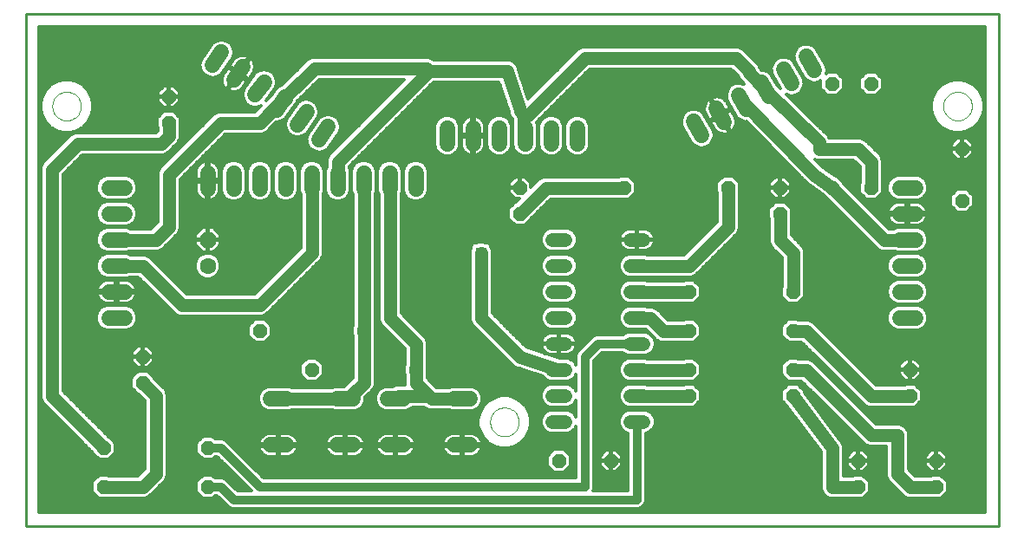
<source format=gbl>
G75*
G70*
%OFA0B0*%
%FSLAX24Y24*%
%IPPOS*%
%LPD*%
%AMOC8*
5,1,8,0,0,1.08239X$1,22.5*
%
%ADD10C,0.0100*%
%ADD11C,0.0000*%
%ADD12OC8,0.0520*%
%ADD13OC8,0.0630*%
%ADD14C,0.0630*%
%ADD15C,0.0520*%
%ADD16C,0.0600*%
%ADD17C,0.0120*%
%ADD18R,0.0396X0.0396*%
%ADD19C,0.0500*%
%ADD20C,0.0320*%
%ADD21C,0.0240*%
D10*
X000160Y000160D02*
X037562Y000160D01*
X037562Y019845D01*
X000160Y019845D01*
X000160Y000160D01*
D11*
X018015Y004156D02*
X018017Y004203D01*
X018023Y004249D01*
X018033Y004295D01*
X018046Y004340D01*
X018064Y004383D01*
X018085Y004425D01*
X018109Y004465D01*
X018137Y004502D01*
X018168Y004537D01*
X018202Y004570D01*
X018238Y004599D01*
X018277Y004625D01*
X018318Y004648D01*
X018361Y004667D01*
X018405Y004683D01*
X018450Y004695D01*
X018496Y004703D01*
X018543Y004707D01*
X018589Y004707D01*
X018636Y004703D01*
X018682Y004695D01*
X018727Y004683D01*
X018771Y004667D01*
X018814Y004648D01*
X018855Y004625D01*
X018894Y004599D01*
X018930Y004570D01*
X018964Y004537D01*
X018995Y004502D01*
X019023Y004465D01*
X019047Y004425D01*
X019068Y004383D01*
X019086Y004340D01*
X019099Y004295D01*
X019109Y004249D01*
X019115Y004203D01*
X019117Y004156D01*
X019115Y004109D01*
X019109Y004063D01*
X019099Y004017D01*
X019086Y003972D01*
X019068Y003929D01*
X019047Y003887D01*
X019023Y003847D01*
X018995Y003810D01*
X018964Y003775D01*
X018930Y003742D01*
X018894Y003713D01*
X018855Y003687D01*
X018814Y003664D01*
X018771Y003645D01*
X018727Y003629D01*
X018682Y003617D01*
X018636Y003609D01*
X018589Y003605D01*
X018543Y003605D01*
X018496Y003609D01*
X018450Y003617D01*
X018405Y003629D01*
X018361Y003645D01*
X018318Y003664D01*
X018277Y003687D01*
X018238Y003713D01*
X018202Y003742D01*
X018168Y003775D01*
X018137Y003810D01*
X018109Y003847D01*
X018085Y003887D01*
X018064Y003929D01*
X018046Y003972D01*
X018033Y004017D01*
X018023Y004063D01*
X018017Y004109D01*
X018015Y004156D01*
X001184Y016302D02*
X001186Y016349D01*
X001192Y016395D01*
X001202Y016441D01*
X001215Y016486D01*
X001233Y016529D01*
X001254Y016571D01*
X001278Y016611D01*
X001306Y016648D01*
X001337Y016683D01*
X001371Y016716D01*
X001407Y016745D01*
X001446Y016771D01*
X001487Y016794D01*
X001530Y016813D01*
X001574Y016829D01*
X001619Y016841D01*
X001665Y016849D01*
X001712Y016853D01*
X001758Y016853D01*
X001805Y016849D01*
X001851Y016841D01*
X001896Y016829D01*
X001940Y016813D01*
X001983Y016794D01*
X002024Y016771D01*
X002063Y016745D01*
X002099Y016716D01*
X002133Y016683D01*
X002164Y016648D01*
X002192Y016611D01*
X002216Y016571D01*
X002237Y016529D01*
X002255Y016486D01*
X002268Y016441D01*
X002278Y016395D01*
X002284Y016349D01*
X002286Y016302D01*
X002284Y016255D01*
X002278Y016209D01*
X002268Y016163D01*
X002255Y016118D01*
X002237Y016075D01*
X002216Y016033D01*
X002192Y015993D01*
X002164Y015956D01*
X002133Y015921D01*
X002099Y015888D01*
X002063Y015859D01*
X002024Y015833D01*
X001983Y015810D01*
X001940Y015791D01*
X001896Y015775D01*
X001851Y015763D01*
X001805Y015755D01*
X001758Y015751D01*
X001712Y015751D01*
X001665Y015755D01*
X001619Y015763D01*
X001574Y015775D01*
X001530Y015791D01*
X001487Y015810D01*
X001446Y015833D01*
X001407Y015859D01*
X001371Y015888D01*
X001337Y015921D01*
X001306Y015956D01*
X001278Y015993D01*
X001254Y016033D01*
X001233Y016075D01*
X001215Y016118D01*
X001202Y016163D01*
X001192Y016209D01*
X001186Y016255D01*
X001184Y016302D01*
X035436Y016302D02*
X035438Y016349D01*
X035444Y016395D01*
X035454Y016441D01*
X035467Y016486D01*
X035485Y016529D01*
X035506Y016571D01*
X035530Y016611D01*
X035558Y016648D01*
X035589Y016683D01*
X035623Y016716D01*
X035659Y016745D01*
X035698Y016771D01*
X035739Y016794D01*
X035782Y016813D01*
X035826Y016829D01*
X035871Y016841D01*
X035917Y016849D01*
X035964Y016853D01*
X036010Y016853D01*
X036057Y016849D01*
X036103Y016841D01*
X036148Y016829D01*
X036192Y016813D01*
X036235Y016794D01*
X036276Y016771D01*
X036315Y016745D01*
X036351Y016716D01*
X036385Y016683D01*
X036416Y016648D01*
X036444Y016611D01*
X036468Y016571D01*
X036489Y016529D01*
X036507Y016486D01*
X036520Y016441D01*
X036530Y016395D01*
X036536Y016349D01*
X036538Y016302D01*
X036536Y016255D01*
X036530Y016209D01*
X036520Y016163D01*
X036507Y016118D01*
X036489Y016075D01*
X036468Y016033D01*
X036444Y015993D01*
X036416Y015956D01*
X036385Y015921D01*
X036351Y015888D01*
X036315Y015859D01*
X036276Y015833D01*
X036235Y015810D01*
X036192Y015791D01*
X036148Y015775D01*
X036103Y015763D01*
X036057Y015755D01*
X036010Y015751D01*
X035964Y015751D01*
X035917Y015755D01*
X035871Y015763D01*
X035826Y015775D01*
X035782Y015791D01*
X035739Y015810D01*
X035698Y015833D01*
X035659Y015859D01*
X035623Y015888D01*
X035589Y015921D01*
X035558Y015956D01*
X035530Y015993D01*
X035506Y016033D01*
X035485Y016075D01*
X035467Y016118D01*
X035454Y016163D01*
X035444Y016209D01*
X035438Y016255D01*
X035436Y016302D01*
D12*
X032660Y017160D03*
X031160Y017160D03*
X036160Y014660D03*
X032660Y013160D03*
X031160Y013160D03*
X029160Y013160D03*
X029160Y012160D03*
X027160Y013160D03*
X023160Y013160D03*
X019160Y013160D03*
X019160Y012160D03*
X025660Y009160D03*
X025660Y007660D03*
X025660Y006160D03*
X025660Y005160D03*
X029660Y005160D03*
X029660Y006160D03*
X029660Y007660D03*
X029660Y009160D03*
X034160Y006160D03*
X034160Y005160D03*
X035160Y002660D03*
X035160Y001660D03*
X032160Y001660D03*
X032160Y002660D03*
X022660Y002660D03*
X020660Y002660D03*
X015160Y006160D03*
X013160Y007660D03*
X011160Y006160D03*
X009160Y007660D03*
X004660Y006660D03*
X004660Y005660D03*
X003160Y003160D03*
X003160Y001660D03*
X007160Y001660D03*
X007160Y003160D03*
X005660Y015660D03*
X005660Y016660D03*
X036160Y012660D03*
D13*
X007160Y011160D03*
D14*
X007160Y010160D03*
D15*
X020400Y010160D02*
X020920Y010160D01*
X020920Y009160D02*
X020400Y009160D01*
X020400Y008160D02*
X020920Y008160D01*
X020920Y007160D02*
X020400Y007160D01*
X020400Y006160D02*
X020920Y006160D01*
X020920Y005160D02*
X020400Y005160D01*
X020400Y004160D02*
X020920Y004160D01*
X023400Y004160D02*
X023920Y004160D01*
X023920Y005160D02*
X023400Y005160D01*
X023400Y006160D02*
X023920Y006160D01*
X023920Y007160D02*
X023400Y007160D01*
X023400Y008160D02*
X023920Y008160D01*
X023920Y009160D02*
X023400Y009160D01*
X023400Y010160D02*
X023920Y010160D01*
X023920Y011160D02*
X023400Y011160D01*
X020920Y011160D02*
X020400Y011160D01*
D16*
X015160Y013128D02*
X015160Y013728D01*
X014160Y013728D02*
X014160Y013128D01*
X013160Y013128D02*
X013160Y013728D01*
X012160Y013728D02*
X012160Y013128D01*
X011160Y013128D02*
X011160Y013728D01*
X010160Y013728D02*
X010160Y013128D01*
X009160Y013128D02*
X009160Y013728D01*
X008160Y013728D02*
X008160Y013128D01*
X007160Y013128D02*
X007160Y013728D01*
X003960Y013160D02*
X003360Y013160D01*
X003360Y012160D02*
X003960Y012160D01*
X003960Y011160D02*
X003360Y011160D01*
X003360Y010160D02*
X003960Y010160D01*
X003960Y009160D02*
X003360Y009160D01*
X003360Y008160D02*
X003960Y008160D01*
X009580Y005050D02*
X010180Y005050D01*
X012140Y005050D02*
X012740Y005050D01*
X014080Y005050D02*
X014680Y005050D01*
X016640Y005050D02*
X017240Y005050D01*
X017240Y003270D02*
X016640Y003270D01*
X014680Y003270D02*
X014080Y003270D01*
X012740Y003270D02*
X012140Y003270D01*
X010180Y003270D02*
X009580Y003270D01*
X016361Y014860D02*
X016361Y015460D01*
X017361Y015460D02*
X017361Y014860D01*
X018361Y014860D02*
X018361Y015460D01*
X019361Y015460D02*
X019361Y014860D01*
X020361Y014860D02*
X020361Y015460D01*
X021361Y015460D02*
X021361Y014860D01*
X025845Y015705D02*
X026145Y015186D01*
X027011Y015686D02*
X026711Y016205D01*
X027577Y016705D02*
X027877Y016186D01*
X028743Y016686D02*
X028443Y017205D01*
X029309Y017705D02*
X029609Y017186D01*
X030475Y017686D02*
X030175Y018205D01*
X033762Y013160D02*
X034362Y013160D01*
X034362Y012160D02*
X033762Y012160D01*
X033762Y011160D02*
X034362Y011160D01*
X034362Y010160D02*
X033762Y010160D01*
X033762Y009160D02*
X034362Y009160D01*
X034362Y008160D02*
X033762Y008160D01*
X011782Y015507D02*
X011437Y015016D01*
X010618Y015589D02*
X010962Y016081D01*
X010143Y016654D02*
X009799Y016163D01*
X008980Y016736D02*
X009324Y017228D01*
X008505Y017802D02*
X008161Y017310D01*
X007342Y017884D02*
X007686Y018375D01*
D17*
X008159Y018291D02*
X021182Y018291D01*
X021295Y018404D02*
X021416Y018525D01*
X021574Y018590D01*
X027546Y018590D01*
X027704Y018525D01*
X028204Y018025D01*
X028325Y017904D01*
X028381Y017767D01*
X028457Y017691D01*
X028475Y017694D01*
X028659Y017644D01*
X028811Y017528D01*
X029071Y017078D01*
X029109Y017040D01*
X029109Y017040D01*
X029178Y016971D01*
X028846Y017548D01*
X028821Y017737D01*
X028870Y017922D01*
X028986Y018073D01*
X029152Y018169D01*
X029341Y018194D01*
X029525Y018144D01*
X029677Y018028D01*
X030072Y017343D01*
X030097Y017154D01*
X030048Y016969D01*
X029932Y016818D01*
X029766Y016722D01*
X029577Y016697D01*
X029411Y016742D01*
X030902Y015268D01*
X030904Y015267D01*
X030963Y015207D01*
X031023Y015148D01*
X031024Y015147D01*
X031025Y015146D01*
X031048Y015090D01*
X032246Y015090D01*
X032404Y015025D01*
X032525Y014904D01*
X033025Y014404D01*
X033090Y014246D01*
X033090Y013352D01*
X033100Y013342D01*
X033100Y012978D01*
X032842Y012720D01*
X032478Y012720D01*
X032220Y012978D01*
X032220Y013342D01*
X032230Y013352D01*
X032230Y013982D01*
X031982Y014230D01*
X030574Y014230D01*
X030497Y014262D01*
X030771Y013986D01*
X031289Y013600D01*
X031342Y013600D01*
X031600Y013342D01*
X031600Y013328D01*
X033338Y011590D01*
X033545Y011590D01*
X033666Y011640D01*
X034457Y011640D01*
X034633Y011567D01*
X034768Y011432D01*
X034842Y011255D01*
X034842Y011065D01*
X034768Y010888D01*
X034633Y010753D01*
X034457Y010680D01*
X033666Y010680D01*
X033545Y010730D01*
X033074Y010730D01*
X032916Y010795D01*
X032795Y010916D01*
X030992Y012720D01*
X030978Y012720D01*
X030823Y012875D01*
X030274Y013284D01*
X030243Y013297D01*
X030206Y013334D01*
X030163Y013366D01*
X030146Y013395D01*
X027861Y015699D01*
X027845Y015697D01*
X027661Y015747D01*
X027509Y015863D01*
X027114Y016548D01*
X027089Y016737D01*
X027138Y016922D01*
X027254Y017073D01*
X027420Y017169D01*
X027609Y017194D01*
X027786Y017146D01*
X027595Y017337D01*
X027539Y017473D01*
X027282Y017730D01*
X021838Y017730D01*
X019789Y015681D01*
X019841Y015555D01*
X019841Y014765D01*
X019768Y014588D01*
X019633Y014453D01*
X019456Y014380D01*
X019265Y014380D01*
X018456Y014380D01*
X018633Y014453D01*
X018768Y014588D01*
X018841Y014765D01*
X018841Y015555D01*
X018768Y015732D01*
X018633Y015867D01*
X018456Y015940D01*
X018265Y015940D01*
X018089Y015867D01*
X017954Y015732D01*
X017881Y015555D01*
X017881Y014765D01*
X017954Y014588D01*
X018089Y014453D01*
X018265Y014380D01*
X016456Y014380D01*
X016633Y014453D01*
X016768Y014588D01*
X016841Y014765D01*
X016841Y015555D01*
X016768Y015732D01*
X016633Y015867D01*
X016456Y015940D01*
X016265Y015940D01*
X016089Y015867D01*
X015954Y015732D01*
X015881Y015555D01*
X015881Y014765D01*
X015954Y014588D01*
X016089Y014453D01*
X016265Y014380D01*
X012988Y014380D01*
X012870Y014262D02*
X029287Y014262D01*
X029404Y014143D02*
X015412Y014143D01*
X015432Y014135D02*
X015255Y014208D01*
X015065Y014208D01*
X014888Y014135D01*
X014753Y014000D01*
X014680Y013823D01*
X014680Y013032D01*
X014753Y012856D01*
X014888Y012721D01*
X014590Y012721D01*
X014590Y012603D02*
X018994Y012603D01*
X018992Y012600D02*
X018978Y012600D01*
X018720Y012342D01*
X018720Y011978D01*
X018978Y011720D01*
X019342Y011720D01*
X019600Y011978D01*
X019600Y011992D01*
X020338Y012730D01*
X022968Y012730D01*
X022978Y012720D01*
X023342Y012720D01*
X023600Y012978D01*
X023600Y013342D01*
X023342Y013600D01*
X022978Y013600D01*
X022968Y013590D01*
X020074Y013590D01*
X019916Y013525D01*
X019795Y013404D01*
X019580Y013188D01*
X019580Y013334D01*
X019334Y013580D01*
X019180Y013580D01*
X019180Y013180D01*
X019140Y013180D01*
X019140Y013580D01*
X018986Y013580D01*
X018740Y013334D01*
X018740Y013180D01*
X019140Y013180D01*
X019140Y013140D01*
X018740Y013140D01*
X018740Y012986D01*
X018986Y012740D01*
X019132Y012740D01*
X018992Y012600D01*
X019113Y012721D02*
X015432Y012721D01*
X015567Y012856D01*
X015640Y013032D01*
X015640Y013823D01*
X015567Y014000D01*
X015432Y014135D01*
X015542Y014025D02*
X029521Y014025D01*
X029639Y013906D02*
X015606Y013906D01*
X015640Y013788D02*
X029756Y013788D01*
X029874Y013669D02*
X015640Y013669D01*
X015640Y013551D02*
X018957Y013551D01*
X018838Y013432D02*
X015640Y013432D01*
X015640Y013314D02*
X018740Y013314D01*
X018740Y013195D02*
X015640Y013195D01*
X015640Y013077D02*
X018740Y013077D01*
X018768Y012958D02*
X015609Y012958D01*
X015551Y012840D02*
X018887Y012840D01*
X019140Y013195D02*
X019180Y013195D01*
X019180Y013314D02*
X019140Y013314D01*
X019140Y013432D02*
X019180Y013432D01*
X019180Y013551D02*
X019140Y013551D01*
X019363Y013551D02*
X019979Y013551D01*
X019824Y013432D02*
X019482Y013432D01*
X019580Y013314D02*
X019705Y013314D01*
X019795Y013404D02*
X019795Y013404D01*
X019587Y013195D02*
X019580Y013195D01*
X020329Y012721D02*
X022977Y012721D01*
X023343Y012721D02*
X026730Y012721D01*
X026730Y012603D02*
X020211Y012603D01*
X020092Y012484D02*
X026730Y012484D01*
X026730Y012366D02*
X019974Y012366D01*
X019855Y012247D02*
X026730Y012247D01*
X026730Y012129D02*
X019737Y012129D01*
X019618Y012010D02*
X026730Y012010D01*
X026730Y011892D02*
X019514Y011892D01*
X019395Y011773D02*
X026665Y011773D01*
X026730Y011838D02*
X025482Y010590D01*
X024032Y010590D01*
X024008Y010600D01*
X023312Y010600D01*
X023151Y010533D01*
X023027Y010409D01*
X022960Y010248D01*
X022960Y010072D01*
X023027Y009911D01*
X023151Y009787D01*
X023312Y009720D01*
X024008Y009720D01*
X024032Y009730D01*
X025746Y009730D01*
X025904Y009795D01*
X026025Y009916D01*
X027525Y011416D01*
X027590Y011574D01*
X027590Y012968D01*
X027600Y012978D01*
X027600Y013342D01*
X027342Y013600D01*
X026978Y013600D01*
X026720Y013342D01*
X026720Y012978D01*
X026730Y012968D01*
X026730Y011838D01*
X026546Y011655D02*
X014590Y011655D01*
X014590Y011773D02*
X018925Y011773D01*
X018806Y011892D02*
X014590Y011892D01*
X014590Y012010D02*
X018720Y012010D01*
X018720Y012129D02*
X014590Y012129D01*
X014590Y012247D02*
X018720Y012247D01*
X018743Y012366D02*
X014590Y012366D01*
X014590Y012484D02*
X018862Y012484D01*
X020027Y011409D02*
X019960Y011248D01*
X019960Y011072D01*
X020027Y010911D01*
X020151Y010787D01*
X020312Y010720D01*
X021008Y010720D01*
X021169Y010787D01*
X021293Y010911D01*
X021360Y011072D01*
X021360Y011248D01*
X021293Y011409D01*
X021169Y011533D01*
X021008Y011600D01*
X020312Y011600D01*
X020151Y011533D01*
X020027Y011409D01*
X020035Y011418D02*
X014590Y011418D01*
X014590Y011536D02*
X020158Y011536D01*
X019981Y011299D02*
X014590Y011299D01*
X014590Y011181D02*
X019960Y011181D01*
X019964Y011062D02*
X017813Y011062D01*
X017871Y011038D02*
X017746Y011090D01*
X017574Y011090D01*
X017449Y011038D01*
X017387Y011038D01*
X017282Y010933D01*
X017282Y010871D01*
X017230Y010746D01*
X017230Y008074D01*
X017295Y007916D01*
X018807Y006405D01*
X018814Y006391D01*
X018867Y006345D01*
X018916Y006295D01*
X018931Y006289D01*
X018943Y006279D01*
X019010Y006257D01*
X019074Y006230D01*
X019090Y006230D01*
X020024Y005919D01*
X020027Y005911D01*
X020151Y005787D01*
X020312Y005720D01*
X021008Y005720D01*
X021169Y005787D01*
X021293Y005911D01*
X021320Y005976D01*
X021320Y005344D01*
X021293Y005409D01*
X021169Y005533D01*
X021008Y005600D01*
X020312Y005600D01*
X020151Y005533D01*
X020027Y005409D01*
X019960Y005248D01*
X019960Y005072D01*
X020027Y004911D01*
X020151Y004787D01*
X020312Y004720D01*
X021008Y004720D01*
X021169Y004787D01*
X021293Y004911D01*
X021320Y004976D01*
X021320Y004344D01*
X021293Y004409D01*
X021169Y004533D01*
X021008Y004600D01*
X020312Y004600D01*
X020151Y004533D01*
X020027Y004409D01*
X019960Y004248D01*
X019960Y004072D01*
X020027Y003911D01*
X020151Y003787D01*
X020312Y003720D01*
X021008Y003720D01*
X021169Y003787D01*
X021293Y003911D01*
X021320Y003976D01*
X021320Y002000D01*
X009301Y002000D01*
X007853Y003448D01*
X007728Y003500D01*
X007442Y003500D01*
X007342Y003600D01*
X006978Y003600D01*
X006720Y003342D01*
X006720Y002978D01*
X006978Y002720D01*
X007342Y002720D01*
X007442Y002820D01*
X007519Y002820D01*
X008839Y001500D01*
X008301Y001500D01*
X007853Y001948D01*
X007728Y002000D01*
X007442Y002000D01*
X007342Y002100D01*
X006978Y002100D01*
X006720Y001842D01*
X006720Y001478D01*
X006978Y001220D01*
X007342Y001220D01*
X007442Y001320D01*
X007519Y001320D01*
X007872Y000967D01*
X007967Y000872D01*
X008092Y000820D01*
X023728Y000820D01*
X023853Y000872D01*
X023948Y000967D01*
X024000Y001092D01*
X024000Y003720D01*
X024008Y003720D01*
X024169Y003787D01*
X024293Y003911D01*
X024360Y004072D01*
X024360Y004248D01*
X024293Y004409D01*
X024169Y004533D01*
X024008Y004600D01*
X023312Y004600D01*
X023151Y004533D01*
X023027Y004409D01*
X022960Y004248D01*
X022960Y004072D01*
X023027Y003911D01*
X023151Y003787D01*
X023312Y003720D01*
X023320Y003720D01*
X023320Y001500D01*
X021962Y001500D01*
X022000Y001592D01*
X022000Y006519D01*
X022301Y006820D01*
X023118Y006820D01*
X023151Y006787D01*
X023312Y006720D01*
X024008Y006720D01*
X024169Y006787D01*
X024293Y006911D01*
X024360Y007072D01*
X024360Y007248D01*
X024293Y007409D01*
X024169Y007533D01*
X024008Y007600D01*
X023312Y007600D01*
X023151Y007533D01*
X023118Y007500D01*
X022092Y007500D01*
X021967Y007448D01*
X021872Y007353D01*
X021372Y006853D01*
X021320Y006728D01*
X021320Y006344D01*
X021293Y006409D01*
X021169Y006533D01*
X021008Y006600D01*
X020700Y006600D01*
X019392Y007036D01*
X018090Y008338D01*
X018090Y010746D01*
X018038Y010871D01*
X018038Y010933D01*
X017933Y011038D01*
X017871Y011038D01*
X018027Y010944D02*
X020013Y010944D01*
X020113Y010825D02*
X018057Y010825D01*
X018090Y010707D02*
X025598Y010707D01*
X025717Y010825D02*
X024173Y010825D01*
X024194Y010840D02*
X024240Y010886D01*
X024279Y010940D01*
X024309Y010999D01*
X024330Y011062D01*
X025954Y011062D01*
X026072Y011181D02*
X024340Y011181D01*
X024340Y011180D02*
X024340Y011193D01*
X024330Y011258D01*
X024309Y011321D01*
X024279Y011380D01*
X024240Y011434D01*
X024194Y011480D01*
X024140Y011519D01*
X024081Y011549D01*
X024018Y011570D01*
X023953Y011580D01*
X023680Y011580D01*
X023680Y011180D01*
X023640Y011180D01*
X023640Y011580D01*
X023367Y011580D01*
X023302Y011570D01*
X023239Y011549D01*
X023180Y011519D01*
X023126Y011480D01*
X023080Y011434D01*
X023041Y011380D01*
X023011Y011321D01*
X022990Y011258D01*
X022980Y011193D01*
X022980Y011180D01*
X023640Y011180D01*
X023640Y011140D01*
X023680Y011140D01*
X023680Y011180D01*
X024340Y011180D01*
X024340Y011140D02*
X023680Y011140D01*
X023680Y010740D01*
X023953Y010740D01*
X024018Y010750D01*
X024081Y010771D01*
X024140Y010801D01*
X024194Y010840D01*
X024281Y010944D02*
X025835Y010944D01*
X026191Y011299D02*
X024316Y011299D01*
X024252Y011418D02*
X026309Y011418D01*
X026428Y011536D02*
X024107Y011536D01*
X023680Y011536D02*
X023640Y011536D01*
X023640Y011418D02*
X023680Y011418D01*
X023680Y011299D02*
X023640Y011299D01*
X023640Y011181D02*
X023680Y011181D01*
X023640Y011140D02*
X023640Y010740D01*
X023367Y010740D01*
X023302Y010750D01*
X023239Y010771D01*
X023180Y010801D01*
X023126Y010840D01*
X023080Y010886D01*
X023041Y010940D01*
X023011Y010999D01*
X022990Y011062D01*
X021356Y011062D01*
X021360Y011181D02*
X022980Y011181D01*
X022980Y011140D02*
X022980Y011127D01*
X022990Y011062D01*
X022980Y011140D02*
X023640Y011140D01*
X023640Y011062D02*
X023680Y011062D01*
X023680Y010944D02*
X023640Y010944D01*
X023640Y010825D02*
X023680Y010825D01*
X023147Y010825D02*
X021207Y010825D01*
X021307Y010944D02*
X023039Y010944D01*
X023004Y011299D02*
X021339Y011299D01*
X021285Y011418D02*
X023068Y011418D01*
X023213Y011536D02*
X021162Y011536D01*
X021008Y010600D02*
X020312Y010600D01*
X020151Y010533D01*
X020027Y010409D01*
X019960Y010248D01*
X019960Y010072D01*
X020027Y009911D01*
X020151Y009787D01*
X020312Y009720D01*
X021008Y009720D01*
X021169Y009787D01*
X021293Y009911D01*
X021360Y010072D01*
X021360Y010248D01*
X021293Y010409D01*
X021169Y010533D01*
X021008Y010600D01*
X021036Y010588D02*
X023284Y010588D01*
X023087Y010470D02*
X021233Y010470D01*
X021317Y010351D02*
X023003Y010351D01*
X022960Y010233D02*
X021360Y010233D01*
X021360Y010114D02*
X022960Y010114D01*
X022992Y009996D02*
X021328Y009996D01*
X021259Y009877D02*
X023061Y009877D01*
X023219Y009759D02*
X021101Y009759D01*
X021008Y009600D02*
X020312Y009600D01*
X020151Y009533D01*
X020027Y009409D01*
X019960Y009248D01*
X019960Y009072D01*
X020027Y008911D01*
X020151Y008787D01*
X020312Y008720D01*
X021008Y008720D01*
X021169Y008787D01*
X021293Y008911D01*
X021360Y009072D01*
X021360Y009248D01*
X021293Y009409D01*
X021169Y009533D01*
X021008Y009600D01*
X021181Y009522D02*
X023139Y009522D01*
X023151Y009533D02*
X023027Y009409D01*
X022960Y009248D01*
X022960Y009072D01*
X023027Y008911D01*
X023151Y008787D01*
X023312Y008720D01*
X024008Y008720D01*
X024032Y008730D01*
X025468Y008730D01*
X025478Y008720D01*
X025842Y008720D01*
X026100Y008978D01*
X026100Y009342D01*
X025842Y009600D01*
X025478Y009600D01*
X025468Y009590D01*
X024032Y009590D01*
X024008Y009600D01*
X023312Y009600D01*
X023151Y009533D01*
X023024Y009403D02*
X021296Y009403D01*
X021345Y009285D02*
X022975Y009285D01*
X022960Y009166D02*
X021360Y009166D01*
X021350Y009048D02*
X022970Y009048D01*
X023019Y008929D02*
X021301Y008929D01*
X021193Y008811D02*
X023127Y008811D01*
X023249Y008574D02*
X021071Y008574D01*
X021008Y008600D02*
X020312Y008600D01*
X020151Y008533D01*
X020027Y008409D01*
X019960Y008248D01*
X019960Y008072D01*
X020027Y007911D01*
X020151Y007787D01*
X020312Y007720D01*
X021008Y007720D01*
X021169Y007787D01*
X021293Y007911D01*
X021360Y008072D01*
X021360Y008248D01*
X021293Y008409D01*
X021169Y008533D01*
X021008Y008600D01*
X021247Y008455D02*
X023073Y008455D01*
X023027Y008409D02*
X022960Y008248D01*
X022960Y008072D01*
X023027Y007911D01*
X023151Y007787D01*
X023312Y007720D01*
X023992Y007720D01*
X024416Y007295D01*
X024574Y007230D01*
X025468Y007230D01*
X025478Y007220D01*
X025842Y007220D01*
X026100Y007478D01*
X026100Y007842D01*
X025842Y008100D01*
X025478Y008100D01*
X025468Y008090D01*
X024838Y008090D01*
X024525Y008404D01*
X024404Y008525D01*
X024246Y008590D01*
X024032Y008590D01*
X024008Y008600D01*
X023312Y008600D01*
X023151Y008533D01*
X023027Y008409D01*
X022997Y008337D02*
X021323Y008337D01*
X021360Y008218D02*
X022960Y008218D01*
X022960Y008100D02*
X021360Y008100D01*
X021322Y007981D02*
X022998Y007981D01*
X023075Y007863D02*
X021245Y007863D01*
X021065Y007744D02*
X023254Y007744D01*
X023125Y007507D02*
X021157Y007507D01*
X021140Y007519D02*
X021081Y007549D01*
X021018Y007570D01*
X020953Y007580D01*
X020680Y007580D01*
X020680Y007180D01*
X020640Y007180D01*
X020640Y007580D01*
X020367Y007580D01*
X020302Y007570D01*
X020239Y007549D01*
X020180Y007519D01*
X020126Y007480D01*
X020080Y007434D01*
X020041Y007380D01*
X020011Y007321D01*
X019990Y007258D01*
X019980Y007193D01*
X019980Y007180D01*
X020640Y007180D01*
X020640Y007140D01*
X020680Y007140D01*
X020680Y007180D01*
X021340Y007180D01*
X021340Y007193D01*
X021330Y007258D01*
X021309Y007321D01*
X021279Y007380D01*
X021240Y007434D01*
X021194Y007480D01*
X021140Y007519D01*
X021273Y007389D02*
X021908Y007389D01*
X021789Y007270D02*
X021326Y007270D01*
X021340Y007140D02*
X020680Y007140D01*
X020680Y006740D01*
X020953Y006740D01*
X021018Y006750D01*
X021081Y006771D01*
X021140Y006801D01*
X021194Y006840D01*
X021240Y006886D01*
X021279Y006940D01*
X021309Y006999D01*
X021330Y007062D01*
X021340Y007127D01*
X021340Y007140D01*
X021320Y007033D02*
X021552Y007033D01*
X021434Y006915D02*
X021261Y006915D01*
X021348Y006796D02*
X021131Y006796D01*
X021320Y006678D02*
X020467Y006678D01*
X020367Y006740D02*
X020640Y006740D01*
X020640Y007140D01*
X019980Y007140D01*
X019980Y007127D01*
X019990Y007062D01*
X020011Y006999D01*
X020041Y006940D01*
X020080Y006886D01*
X020126Y006840D01*
X020180Y006801D01*
X020239Y006771D01*
X020302Y006750D01*
X020367Y006740D01*
X020189Y006796D02*
X020112Y006796D01*
X020059Y006915D02*
X019756Y006915D01*
X020000Y007033D02*
X019401Y007033D01*
X019277Y007152D02*
X020640Y007152D01*
X020680Y007152D02*
X021671Y007152D01*
X022158Y006678D02*
X030534Y006678D01*
X030416Y006796D02*
X024178Y006796D01*
X024295Y006915D02*
X030297Y006915D01*
X030179Y007033D02*
X024344Y007033D01*
X024360Y007152D02*
X030060Y007152D01*
X029982Y007230D02*
X029852Y007230D01*
X029842Y007220D01*
X029478Y007220D01*
X029220Y007478D01*
X029220Y007842D01*
X029478Y008100D01*
X029842Y008100D01*
X029852Y008090D01*
X030246Y008090D01*
X030404Y008025D01*
X032838Y005590D01*
X033968Y005590D01*
X033978Y005600D01*
X034342Y005600D01*
X034600Y005342D01*
X034600Y004978D01*
X034342Y004720D01*
X033978Y004720D01*
X033968Y004730D01*
X032574Y004730D01*
X032416Y004795D01*
X032295Y004916D01*
X029982Y007230D01*
X029428Y007270D02*
X025892Y007270D01*
X026011Y007389D02*
X029309Y007389D01*
X029220Y007507D02*
X026100Y007507D01*
X026100Y007626D02*
X029220Y007626D01*
X029220Y007744D02*
X026100Y007744D01*
X026080Y007863D02*
X029240Y007863D01*
X029359Y007981D02*
X025961Y007981D01*
X025843Y008100D02*
X029477Y008100D01*
X029843Y008100D02*
X033282Y008100D01*
X033282Y008065D02*
X033355Y007888D01*
X033490Y007753D01*
X033666Y007680D01*
X034457Y007680D01*
X034633Y007753D01*
X034768Y007888D01*
X034842Y008065D01*
X034842Y008255D01*
X034768Y008432D01*
X034633Y008567D01*
X034457Y008640D01*
X033666Y008640D01*
X033490Y008567D01*
X033355Y008432D01*
X033282Y008255D01*
X033282Y008065D01*
X033316Y007981D02*
X030447Y007981D01*
X030566Y007863D02*
X033380Y007863D01*
X033512Y007744D02*
X030684Y007744D01*
X030803Y007626D02*
X037052Y007626D01*
X037052Y007744D02*
X034612Y007744D01*
X034743Y007863D02*
X037052Y007863D01*
X037052Y007981D02*
X034807Y007981D01*
X034842Y008100D02*
X037052Y008100D01*
X037052Y008218D02*
X034842Y008218D01*
X034808Y008337D02*
X037052Y008337D01*
X037052Y008455D02*
X034745Y008455D01*
X034618Y008574D02*
X037052Y008574D01*
X037052Y008692D02*
X034486Y008692D01*
X034457Y008680D02*
X034633Y008753D01*
X034768Y008888D01*
X034842Y009065D01*
X034842Y009255D01*
X034768Y009432D01*
X034633Y009567D01*
X034457Y009640D01*
X033666Y009640D01*
X033490Y009567D01*
X033355Y009432D01*
X033282Y009255D01*
X033282Y009065D01*
X033355Y008888D01*
X033490Y008753D01*
X033666Y008680D01*
X034457Y008680D01*
X034691Y008811D02*
X037052Y008811D01*
X037052Y008929D02*
X034785Y008929D01*
X034835Y009048D02*
X037052Y009048D01*
X037052Y009166D02*
X034842Y009166D01*
X034830Y009285D02*
X037052Y009285D01*
X037052Y009403D02*
X034780Y009403D01*
X034679Y009522D02*
X037052Y009522D01*
X037052Y009640D02*
X030090Y009640D01*
X030090Y009522D02*
X033444Y009522D01*
X033343Y009403D02*
X030090Y009403D01*
X030090Y009352D02*
X030090Y010746D01*
X030025Y010904D01*
X029590Y011338D01*
X029590Y011968D01*
X029600Y011978D01*
X029600Y012342D01*
X029342Y012600D01*
X028978Y012600D01*
X028720Y012342D01*
X028720Y011978D01*
X028730Y011968D01*
X028730Y011074D01*
X028795Y010916D01*
X028916Y010795D01*
X029230Y010482D01*
X029230Y009352D01*
X029220Y009342D01*
X029220Y008978D01*
X029478Y008720D01*
X029842Y008720D01*
X030100Y008978D01*
X030100Y009342D01*
X030090Y009352D01*
X030100Y009285D02*
X033294Y009285D01*
X033282Y009166D02*
X030100Y009166D01*
X030100Y009048D02*
X033289Y009048D01*
X033338Y008929D02*
X030051Y008929D01*
X029933Y008811D02*
X033432Y008811D01*
X033637Y008692D02*
X018090Y008692D01*
X018090Y008574D02*
X020249Y008574D01*
X020073Y008455D02*
X018090Y008455D01*
X018092Y008337D02*
X019997Y008337D01*
X019960Y008218D02*
X018210Y008218D01*
X018329Y008100D02*
X019960Y008100D01*
X019998Y007981D02*
X018447Y007981D01*
X018566Y007863D02*
X020075Y007863D01*
X020254Y007744D02*
X018684Y007744D01*
X018803Y007626D02*
X024086Y007626D01*
X024195Y007507D02*
X024205Y007507D01*
X024302Y007389D02*
X024323Y007389D01*
X024351Y007270D02*
X024478Y007270D01*
X023142Y006796D02*
X022277Y006796D01*
X022040Y006559D02*
X023214Y006559D01*
X023151Y006533D02*
X023027Y006409D01*
X022960Y006248D01*
X022960Y006072D01*
X023027Y005911D01*
X023151Y005787D01*
X023312Y005720D01*
X024008Y005720D01*
X024032Y005730D01*
X025468Y005730D01*
X025478Y005720D01*
X025842Y005720D01*
X026100Y005978D01*
X026100Y006342D01*
X025842Y006600D01*
X025478Y006600D01*
X025468Y006590D01*
X024032Y006590D01*
X024008Y006600D01*
X023312Y006600D01*
X023151Y006533D01*
X023058Y006441D02*
X022000Y006441D01*
X022000Y006322D02*
X022991Y006322D01*
X022960Y006204D02*
X022000Y006204D01*
X022000Y006085D02*
X022960Y006085D01*
X023004Y005967D02*
X022000Y005967D01*
X022000Y005848D02*
X023090Y005848D01*
X023290Y005730D02*
X022000Y005730D01*
X022000Y005611D02*
X030101Y005611D01*
X030219Y005493D02*
X029950Y005493D01*
X029842Y005600D02*
X030100Y005342D01*
X030100Y005290D01*
X031486Y003442D01*
X031525Y003404D01*
X031537Y003375D01*
X031555Y003350D01*
X031569Y003296D01*
X031590Y003246D01*
X031590Y003214D01*
X031598Y003184D01*
X031590Y003129D01*
X031590Y002090D01*
X031968Y002090D01*
X031978Y002100D01*
X032342Y002100D01*
X032600Y001842D01*
X032600Y001478D01*
X032342Y001220D01*
X031978Y001220D01*
X031968Y001230D01*
X031074Y001230D01*
X030916Y001295D01*
X030795Y001416D01*
X030730Y001574D01*
X030730Y003017D01*
X029377Y004821D01*
X029220Y004978D01*
X029220Y005342D01*
X029478Y005600D01*
X029842Y005600D01*
X029842Y005720D02*
X029478Y005720D01*
X029220Y005978D01*
X029220Y006342D01*
X029478Y006600D01*
X029842Y006600D01*
X029852Y006590D01*
X030246Y006590D01*
X030404Y006525D01*
X032838Y004090D01*
X033746Y004090D01*
X033904Y004025D01*
X034025Y003904D01*
X034090Y003746D01*
X034090Y002338D01*
X034338Y002090D01*
X034968Y002090D01*
X034978Y002100D01*
X035342Y002100D01*
X035600Y001842D01*
X035600Y001478D01*
X035342Y001220D01*
X034978Y001220D01*
X034968Y001230D01*
X034074Y001230D01*
X033916Y001295D01*
X033795Y001416D01*
X033295Y001916D01*
X033230Y002074D01*
X033230Y003230D01*
X032574Y003230D01*
X032416Y003295D01*
X032295Y003416D01*
X029982Y005730D01*
X029852Y005730D01*
X029842Y005720D01*
X029852Y005730D02*
X029982Y005730D01*
X030068Y005374D02*
X030338Y005374D01*
X030456Y005256D02*
X030126Y005256D01*
X030215Y005137D02*
X030575Y005137D01*
X030693Y005019D02*
X030304Y005019D01*
X030392Y004900D02*
X030812Y004900D01*
X030930Y004782D02*
X030481Y004782D01*
X030570Y004663D02*
X031049Y004663D01*
X031167Y004545D02*
X030659Y004545D01*
X030748Y004426D02*
X031286Y004426D01*
X031404Y004308D02*
X030837Y004308D01*
X030926Y004189D02*
X031523Y004189D01*
X031641Y004071D02*
X031015Y004071D01*
X031103Y003952D02*
X031760Y003952D01*
X031878Y003834D02*
X031192Y003834D01*
X031281Y003715D02*
X031997Y003715D01*
X032115Y003597D02*
X031370Y003597D01*
X031459Y003478D02*
X032234Y003478D01*
X032352Y003360D02*
X031548Y003360D01*
X031590Y003241D02*
X032548Y003241D01*
X032334Y003080D02*
X032180Y003080D01*
X032180Y002680D01*
X032140Y002680D01*
X032140Y003080D01*
X031986Y003080D01*
X031740Y002834D01*
X031740Y002680D01*
X032140Y002680D01*
X032140Y002640D01*
X031740Y002640D01*
X031740Y002486D01*
X031986Y002240D01*
X032140Y002240D01*
X032140Y002640D01*
X032180Y002640D01*
X032180Y002680D01*
X032580Y002680D01*
X032580Y002834D01*
X032334Y003080D01*
X032410Y003004D02*
X033230Y003004D01*
X033230Y002886D02*
X032528Y002886D01*
X032580Y002767D02*
X033230Y002767D01*
X033230Y002649D02*
X032180Y002649D01*
X032180Y002640D02*
X032580Y002640D01*
X032580Y002486D01*
X032334Y002240D01*
X032180Y002240D01*
X032180Y002640D01*
X032140Y002649D02*
X031590Y002649D01*
X031590Y002767D02*
X031740Y002767D01*
X031792Y002886D02*
X031590Y002886D01*
X031590Y003004D02*
X031910Y003004D01*
X032140Y003004D02*
X032180Y003004D01*
X032180Y002886D02*
X032140Y002886D01*
X032140Y002767D02*
X032180Y002767D01*
X032180Y002530D02*
X032140Y002530D01*
X032140Y002412D02*
X032180Y002412D01*
X032180Y002293D02*
X032140Y002293D01*
X031933Y002293D02*
X031590Y002293D01*
X031590Y002175D02*
X033230Y002175D01*
X033230Y002293D02*
X032387Y002293D01*
X032505Y002412D02*
X033230Y002412D01*
X033230Y002530D02*
X032580Y002530D01*
X032386Y002056D02*
X033238Y002056D01*
X033287Y001938D02*
X032505Y001938D01*
X032600Y001819D02*
X033393Y001819D01*
X033511Y001701D02*
X032600Y001701D01*
X032600Y001582D02*
X033630Y001582D01*
X033748Y001464D02*
X032586Y001464D01*
X032467Y001345D02*
X033867Y001345D01*
X034971Y001227D02*
X032349Y001227D01*
X031971Y001227D02*
X024000Y001227D01*
X024000Y001345D02*
X030867Y001345D01*
X030776Y001464D02*
X024000Y001464D01*
X024000Y001582D02*
X030730Y001582D01*
X030730Y001701D02*
X024000Y001701D01*
X024000Y001819D02*
X030730Y001819D01*
X030730Y001938D02*
X024000Y001938D01*
X024000Y002056D02*
X030730Y002056D01*
X030730Y002175D02*
X024000Y002175D01*
X024000Y002293D02*
X030730Y002293D01*
X030730Y002412D02*
X024000Y002412D01*
X024000Y002530D02*
X030730Y002530D01*
X030730Y002649D02*
X024000Y002649D01*
X024000Y002767D02*
X030730Y002767D01*
X030730Y002886D02*
X024000Y002886D01*
X024000Y003004D02*
X030730Y003004D01*
X030651Y003123D02*
X024000Y003123D01*
X024000Y003241D02*
X030562Y003241D01*
X030473Y003360D02*
X024000Y003360D01*
X024000Y003478D02*
X030384Y003478D01*
X030295Y003597D02*
X024000Y003597D01*
X024000Y003715D02*
X030206Y003715D01*
X030117Y003834D02*
X024216Y003834D01*
X024310Y003952D02*
X030028Y003952D01*
X029940Y004071D02*
X024359Y004071D01*
X024360Y004189D02*
X029851Y004189D01*
X029762Y004308D02*
X024335Y004308D01*
X024276Y004426D02*
X029673Y004426D01*
X029584Y004545D02*
X024141Y004545D01*
X024032Y004730D02*
X025468Y004730D01*
X025478Y004720D01*
X025842Y004720D01*
X026100Y004978D01*
X026100Y005342D01*
X025842Y005600D01*
X025478Y005600D01*
X025468Y005590D01*
X024032Y005590D01*
X024008Y005600D01*
X023312Y005600D01*
X023151Y005533D01*
X023027Y005409D01*
X022960Y005248D01*
X022960Y005072D01*
X023027Y004911D01*
X023151Y004787D01*
X023312Y004720D01*
X024008Y004720D01*
X024032Y004730D01*
X023164Y004782D02*
X022000Y004782D01*
X022000Y004900D02*
X023038Y004900D01*
X022982Y005019D02*
X022000Y005019D01*
X022000Y005137D02*
X022960Y005137D01*
X022963Y005256D02*
X022000Y005256D01*
X022000Y005374D02*
X023012Y005374D01*
X023110Y005493D02*
X022000Y005493D01*
X021320Y005493D02*
X021210Y005493D01*
X021308Y005374D02*
X021320Y005374D01*
X021320Y005611D02*
X015817Y005611D01*
X015904Y005525D02*
X015590Y005838D01*
X015590Y005968D01*
X015600Y005978D01*
X015600Y006342D01*
X015590Y006352D01*
X015590Y007246D01*
X015525Y007404D01*
X015404Y007525D01*
X014590Y008338D01*
X014590Y012912D01*
X014640Y013032D01*
X014640Y013823D01*
X014567Y014000D01*
X014432Y014135D01*
X014255Y014208D01*
X014065Y014208D01*
X013888Y014135D01*
X013753Y014000D01*
X013680Y013823D01*
X013680Y013032D01*
X013730Y012912D01*
X013730Y008074D01*
X013795Y007916D01*
X014730Y006982D01*
X014730Y006352D01*
X014720Y006342D01*
X014720Y005978D01*
X014730Y005968D01*
X014730Y005590D01*
X014404Y005590D01*
X014260Y005530D01*
X013985Y005530D01*
X013808Y005457D01*
X013673Y005322D01*
X013600Y005145D01*
X013600Y004955D01*
X013673Y004778D01*
X013808Y004643D01*
X013985Y004570D01*
X014775Y004570D01*
X014952Y004643D01*
X015039Y004730D01*
X015482Y004730D01*
X015526Y004685D01*
X015684Y004620D01*
X016424Y004620D01*
X016545Y004570D01*
X017335Y004570D01*
X017512Y004643D01*
X017647Y004778D01*
X017720Y004955D01*
X017720Y005145D01*
X017647Y005322D01*
X017512Y005457D01*
X017335Y005530D01*
X016545Y005530D01*
X016424Y005480D01*
X015948Y005480D01*
X015904Y005525D01*
X015904Y005525D01*
X015936Y005493D02*
X016454Y005493D01*
X015699Y005730D02*
X020290Y005730D01*
X020090Y005848D02*
X015590Y005848D01*
X015590Y005967D02*
X019881Y005967D01*
X019525Y006085D02*
X015600Y006085D01*
X015600Y006204D02*
X019170Y006204D01*
X018890Y006322D02*
X015600Y006322D01*
X015590Y006441D02*
X018771Y006441D01*
X018653Y006559D02*
X015590Y006559D01*
X015590Y006678D02*
X018534Y006678D01*
X018416Y006796D02*
X015590Y006796D01*
X015590Y006915D02*
X018297Y006915D01*
X018179Y007033D02*
X015590Y007033D01*
X015590Y007152D02*
X018060Y007152D01*
X017942Y007270D02*
X015580Y007270D01*
X015531Y007389D02*
X017823Y007389D01*
X017705Y007507D02*
X015421Y007507D01*
X015303Y007626D02*
X017586Y007626D01*
X017468Y007744D02*
X015184Y007744D01*
X015066Y007863D02*
X017349Y007863D01*
X017269Y007981D02*
X014947Y007981D01*
X014829Y008100D02*
X017230Y008100D01*
X017230Y008218D02*
X014710Y008218D01*
X014592Y008337D02*
X017230Y008337D01*
X017230Y008455D02*
X014590Y008455D01*
X014590Y008574D02*
X017230Y008574D01*
X017230Y008692D02*
X014590Y008692D01*
X014590Y008811D02*
X017230Y008811D01*
X017230Y008929D02*
X014590Y008929D01*
X014590Y009048D02*
X017230Y009048D01*
X017230Y009166D02*
X014590Y009166D01*
X014590Y009285D02*
X017230Y009285D01*
X017230Y009403D02*
X014590Y009403D01*
X014590Y009522D02*
X017230Y009522D01*
X017230Y009640D02*
X014590Y009640D01*
X014590Y009759D02*
X017230Y009759D01*
X017230Y009877D02*
X014590Y009877D01*
X014590Y009996D02*
X017230Y009996D01*
X017230Y010114D02*
X014590Y010114D01*
X014590Y010233D02*
X017230Y010233D01*
X017230Y010351D02*
X014590Y010351D01*
X014590Y010470D02*
X017230Y010470D01*
X017230Y010588D02*
X014590Y010588D01*
X014590Y010707D02*
X017230Y010707D01*
X017263Y010825D02*
X014590Y010825D01*
X014590Y010944D02*
X017293Y010944D01*
X017507Y011062D02*
X014590Y011062D01*
X013730Y011062D02*
X013590Y011062D01*
X013590Y010944D02*
X013730Y010944D01*
X013730Y010825D02*
X013590Y010825D01*
X013590Y010707D02*
X013730Y010707D01*
X013730Y010588D02*
X013590Y010588D01*
X013590Y010470D02*
X013730Y010470D01*
X013730Y010351D02*
X013590Y010351D01*
X013590Y010233D02*
X013730Y010233D01*
X013730Y010114D02*
X013590Y010114D01*
X013590Y009996D02*
X013730Y009996D01*
X013730Y009877D02*
X013590Y009877D01*
X013590Y009759D02*
X013730Y009759D01*
X013730Y009640D02*
X013590Y009640D01*
X013590Y009522D02*
X013730Y009522D01*
X013730Y009403D02*
X013590Y009403D01*
X013590Y009285D02*
X013730Y009285D01*
X013730Y009166D02*
X013590Y009166D01*
X013590Y009048D02*
X013730Y009048D01*
X013730Y008929D02*
X013590Y008929D01*
X013590Y008811D02*
X013730Y008811D01*
X013730Y008692D02*
X013590Y008692D01*
X013590Y008574D02*
X013730Y008574D01*
X013730Y008455D02*
X013590Y008455D01*
X013590Y008337D02*
X013730Y008337D01*
X013730Y008218D02*
X013590Y008218D01*
X013590Y008100D02*
X013730Y008100D01*
X013769Y007981D02*
X013590Y007981D01*
X013590Y007863D02*
X013849Y007863D01*
X013968Y007744D02*
X013600Y007744D01*
X013600Y007842D02*
X013600Y007478D01*
X013590Y007468D01*
X013590Y005574D01*
X013525Y005416D01*
X013404Y005295D01*
X013220Y005112D01*
X013220Y004955D01*
X013147Y004778D01*
X013012Y004643D01*
X012835Y004570D01*
X012045Y004570D01*
X011924Y004620D01*
X010396Y004620D01*
X010275Y004570D01*
X009485Y004570D01*
X009308Y004643D01*
X009173Y004778D01*
X009100Y004955D01*
X009100Y005145D01*
X009173Y005322D01*
X009308Y005457D01*
X009485Y005530D01*
X010275Y005530D01*
X010396Y005480D01*
X011924Y005480D01*
X012045Y005530D01*
X012422Y005530D01*
X012730Y005838D01*
X012730Y007468D01*
X012720Y007478D01*
X012720Y007842D01*
X012730Y007852D01*
X012730Y012912D01*
X012680Y013032D01*
X012680Y013823D01*
X012753Y014000D01*
X012888Y014135D01*
X013065Y014208D01*
X013255Y014208D01*
X013432Y014135D01*
X013567Y014000D01*
X013640Y013823D01*
X013640Y013032D01*
X013590Y012912D01*
X013590Y007852D01*
X013600Y007842D01*
X013600Y007626D02*
X014086Y007626D01*
X014205Y007507D02*
X013600Y007507D01*
X013590Y007389D02*
X014323Y007389D01*
X014442Y007270D02*
X013590Y007270D01*
X013590Y007152D02*
X014560Y007152D01*
X014679Y007033D02*
X013590Y007033D01*
X013590Y006915D02*
X014730Y006915D01*
X014730Y006796D02*
X013590Y006796D01*
X013590Y006678D02*
X014730Y006678D01*
X014730Y006559D02*
X013590Y006559D01*
X013590Y006441D02*
X014730Y006441D01*
X014720Y006322D02*
X013590Y006322D01*
X013590Y006204D02*
X014720Y006204D01*
X014720Y006085D02*
X013590Y006085D01*
X013590Y005967D02*
X014730Y005967D01*
X014730Y005848D02*
X013590Y005848D01*
X013590Y005730D02*
X014730Y005730D01*
X014730Y005611D02*
X013590Y005611D01*
X013556Y005493D02*
X013894Y005493D01*
X013725Y005374D02*
X013482Y005374D01*
X013364Y005256D02*
X013646Y005256D01*
X013600Y005137D02*
X013245Y005137D01*
X013220Y005019D02*
X013600Y005019D01*
X013623Y004900D02*
X013197Y004900D01*
X013148Y004782D02*
X013672Y004782D01*
X013788Y004663D02*
X013032Y004663D01*
X011954Y005493D02*
X010366Y005493D01*
X010968Y005730D02*
X005199Y005730D01*
X005100Y005828D02*
X005100Y005842D01*
X004842Y006100D01*
X004478Y006100D01*
X004220Y005842D01*
X004220Y005478D01*
X004478Y005220D01*
X004492Y005220D01*
X004730Y004982D01*
X004730Y002338D01*
X004482Y002090D01*
X003352Y002090D01*
X003342Y002100D01*
X002978Y002100D01*
X002720Y001842D01*
X002720Y001478D01*
X002978Y001220D01*
X003342Y001220D01*
X003352Y001230D01*
X004746Y001230D01*
X004904Y001295D01*
X005404Y001795D01*
X005525Y001916D01*
X005590Y002074D01*
X005590Y005246D01*
X005525Y005404D01*
X005100Y005828D01*
X005094Y005848D02*
X010850Y005848D01*
X010731Y005967D02*
X004976Y005967D01*
X004857Y006085D02*
X010720Y006085D01*
X010720Y005978D02*
X010978Y005720D01*
X011342Y005720D01*
X011600Y005978D01*
X011600Y006342D01*
X011342Y006600D01*
X010978Y006600D01*
X010720Y006342D01*
X010720Y005978D01*
X011352Y005730D02*
X012621Y005730D01*
X012730Y005848D02*
X011470Y005848D01*
X011589Y005967D02*
X012730Y005967D01*
X012730Y006085D02*
X011600Y006085D01*
X011600Y006204D02*
X012730Y006204D01*
X012730Y006322D02*
X011600Y006322D01*
X011502Y006441D02*
X012730Y006441D01*
X012730Y006559D02*
X011383Y006559D01*
X010937Y006559D02*
X005080Y006559D01*
X005080Y006486D02*
X005080Y006640D01*
X004680Y006640D01*
X004680Y006680D01*
X004640Y006680D01*
X004640Y007080D01*
X004486Y007080D01*
X004240Y006834D01*
X004240Y006680D01*
X004640Y006680D01*
X004640Y006640D01*
X004240Y006640D01*
X004240Y006486D01*
X004486Y006240D01*
X004640Y006240D01*
X004640Y006640D01*
X004680Y006640D01*
X004680Y006240D01*
X004834Y006240D01*
X005080Y006486D01*
X005034Y006441D02*
X010818Y006441D01*
X010720Y006322D02*
X004916Y006322D01*
X004680Y006322D02*
X004640Y006322D01*
X004640Y006441D02*
X004680Y006441D01*
X004680Y006559D02*
X004640Y006559D01*
X004640Y006678D02*
X001590Y006678D01*
X001590Y006796D02*
X004240Y006796D01*
X004321Y006915D02*
X001590Y006915D01*
X001590Y007033D02*
X004439Y007033D01*
X004640Y007033D02*
X004680Y007033D01*
X004680Y007080D02*
X004680Y006680D01*
X005080Y006680D01*
X005080Y006834D01*
X004834Y007080D01*
X004680Y007080D01*
X004680Y006915D02*
X004640Y006915D01*
X004640Y006796D02*
X004680Y006796D01*
X004680Y006678D02*
X012730Y006678D01*
X012730Y006796D02*
X005080Y006796D01*
X004999Y006915D02*
X012730Y006915D01*
X012730Y007033D02*
X004881Y007033D01*
X004240Y006559D02*
X001590Y006559D01*
X001590Y006441D02*
X004286Y006441D01*
X004404Y006322D02*
X001590Y006322D01*
X001590Y006204D02*
X010720Y006204D01*
X009394Y005493D02*
X005436Y005493D01*
X005537Y005374D02*
X009225Y005374D01*
X009146Y005256D02*
X005586Y005256D01*
X005590Y005137D02*
X009100Y005137D01*
X009100Y005019D02*
X005590Y005019D01*
X005590Y004900D02*
X009123Y004900D01*
X009172Y004782D02*
X005590Y004782D01*
X005590Y004663D02*
X009288Y004663D01*
X009472Y003719D02*
X009403Y003696D01*
X009339Y003663D01*
X009280Y003621D01*
X009229Y003570D01*
X009187Y003511D01*
X009154Y003447D01*
X009131Y003378D01*
X009121Y003310D01*
X009840Y003310D01*
X009840Y003730D01*
X009544Y003730D01*
X009472Y003719D01*
X009461Y003715D02*
X005590Y003715D01*
X005590Y003597D02*
X006974Y003597D01*
X006856Y003478D02*
X005590Y003478D01*
X005590Y003360D02*
X006737Y003360D01*
X006720Y003241D02*
X005590Y003241D01*
X005590Y003123D02*
X006720Y003123D01*
X006720Y003004D02*
X005590Y003004D01*
X005590Y002886D02*
X006812Y002886D01*
X006931Y002767D02*
X005590Y002767D01*
X005590Y002649D02*
X007691Y002649D01*
X007572Y002767D02*
X007389Y002767D01*
X007809Y002530D02*
X005590Y002530D01*
X005590Y002412D02*
X007928Y002412D01*
X008046Y002293D02*
X005590Y002293D01*
X005590Y002175D02*
X008165Y002175D01*
X008283Y002056D02*
X007386Y002056D01*
X006934Y002056D02*
X005582Y002056D01*
X005533Y001938D02*
X006815Y001938D01*
X006720Y001819D02*
X005427Y001819D01*
X005309Y001701D02*
X006720Y001701D01*
X006720Y001582D02*
X005190Y001582D01*
X005072Y001464D02*
X006734Y001464D01*
X006853Y001345D02*
X004953Y001345D01*
X004566Y002175D02*
X000670Y002175D01*
X000670Y002293D02*
X004685Y002293D01*
X004730Y002412D02*
X000670Y002412D01*
X000670Y002530D02*
X004730Y002530D01*
X004730Y002649D02*
X000670Y002649D01*
X000670Y002767D02*
X002931Y002767D01*
X002978Y002720D02*
X003342Y002720D01*
X003600Y002978D01*
X003600Y003342D01*
X003342Y003600D01*
X003328Y003600D01*
X001590Y005338D01*
X001590Y013682D01*
X002338Y014430D01*
X005446Y014430D01*
X005604Y014495D01*
X005904Y014795D01*
X006025Y014916D01*
X006090Y015074D01*
X006090Y015468D01*
X006100Y015478D01*
X006100Y015842D01*
X005842Y016100D01*
X005478Y016100D01*
X005220Y015842D01*
X005220Y015478D01*
X005230Y015468D01*
X005230Y015338D01*
X005182Y015290D01*
X002074Y015290D01*
X001916Y015225D01*
X001795Y015104D01*
X000795Y014104D01*
X000730Y013946D01*
X000730Y013774D01*
X000730Y005246D01*
X000730Y005074D01*
X000795Y004916D01*
X002720Y002992D01*
X002720Y002978D01*
X002978Y002720D01*
X002812Y002886D02*
X000670Y002886D01*
X000670Y003004D02*
X002708Y003004D01*
X002589Y003123D02*
X000670Y003123D01*
X000670Y003241D02*
X002471Y003241D01*
X002352Y003360D02*
X000670Y003360D01*
X000670Y003478D02*
X002234Y003478D01*
X002115Y003597D02*
X000670Y003597D01*
X000670Y003715D02*
X001997Y003715D01*
X001878Y003834D02*
X000670Y003834D01*
X000670Y003952D02*
X001760Y003952D01*
X001641Y004071D02*
X000670Y004071D01*
X000670Y004189D02*
X001523Y004189D01*
X001404Y004308D02*
X000670Y004308D01*
X000670Y004426D02*
X001286Y004426D01*
X001167Y004545D02*
X000670Y004545D01*
X000670Y004663D02*
X001049Y004663D01*
X000930Y004782D02*
X000670Y004782D01*
X000670Y004900D02*
X000812Y004900D01*
X000753Y005019D02*
X000670Y005019D01*
X000670Y005137D02*
X000730Y005137D01*
X000730Y005256D02*
X000670Y005256D01*
X000670Y005374D02*
X000730Y005374D01*
X000730Y005493D02*
X000670Y005493D01*
X000670Y005611D02*
X000730Y005611D01*
X000730Y005730D02*
X000670Y005730D01*
X000670Y005848D02*
X000730Y005848D01*
X000730Y005967D02*
X000670Y005967D01*
X000670Y006085D02*
X000730Y006085D01*
X000730Y006204D02*
X000670Y006204D01*
X000670Y006322D02*
X000730Y006322D01*
X000730Y006441D02*
X000670Y006441D01*
X000670Y006559D02*
X000730Y006559D01*
X000730Y006678D02*
X000670Y006678D01*
X000670Y006796D02*
X000730Y006796D01*
X000730Y006915D02*
X000670Y006915D01*
X000670Y007033D02*
X000730Y007033D01*
X000730Y007152D02*
X000670Y007152D01*
X000670Y007270D02*
X000730Y007270D01*
X000730Y007389D02*
X000670Y007389D01*
X000670Y007507D02*
X000730Y007507D01*
X000730Y007626D02*
X000670Y007626D01*
X000670Y007744D02*
X000730Y007744D01*
X000730Y007863D02*
X000670Y007863D01*
X000670Y007981D02*
X000730Y007981D01*
X000730Y008100D02*
X000670Y008100D01*
X000670Y008218D02*
X000730Y008218D01*
X000730Y008337D02*
X000670Y008337D01*
X000670Y008455D02*
X000730Y008455D01*
X000730Y008574D02*
X000670Y008574D01*
X000670Y008692D02*
X000730Y008692D01*
X000730Y008811D02*
X000670Y008811D01*
X000670Y008929D02*
X000730Y008929D01*
X000730Y009048D02*
X000670Y009048D01*
X000670Y009166D02*
X000730Y009166D01*
X000730Y009285D02*
X000670Y009285D01*
X000670Y009403D02*
X000730Y009403D01*
X000730Y009522D02*
X000670Y009522D01*
X000670Y009640D02*
X000730Y009640D01*
X000730Y009759D02*
X000670Y009759D01*
X000670Y009877D02*
X000730Y009877D01*
X000730Y009996D02*
X000670Y009996D01*
X000670Y010114D02*
X000730Y010114D01*
X000730Y010233D02*
X000670Y010233D01*
X000670Y010351D02*
X000730Y010351D01*
X000730Y010470D02*
X000670Y010470D01*
X000670Y010588D02*
X000730Y010588D01*
X000730Y010707D02*
X000670Y010707D01*
X000670Y010825D02*
X000730Y010825D01*
X000730Y010944D02*
X000670Y010944D01*
X000670Y011062D02*
X000730Y011062D01*
X000730Y011181D02*
X000670Y011181D01*
X000670Y011299D02*
X000730Y011299D01*
X000730Y011418D02*
X000670Y011418D01*
X000670Y011536D02*
X000730Y011536D01*
X000730Y011655D02*
X000670Y011655D01*
X000670Y011773D02*
X000730Y011773D01*
X000730Y011892D02*
X000670Y011892D01*
X000670Y012010D02*
X000730Y012010D01*
X000730Y012129D02*
X000670Y012129D01*
X000670Y012247D02*
X000730Y012247D01*
X000730Y012366D02*
X000670Y012366D01*
X000670Y012484D02*
X000730Y012484D01*
X000730Y012603D02*
X000670Y012603D01*
X000670Y012721D02*
X000730Y012721D01*
X000730Y012840D02*
X000670Y012840D01*
X000670Y012958D02*
X000730Y012958D01*
X000730Y013077D02*
X000670Y013077D01*
X000670Y013195D02*
X000730Y013195D01*
X000730Y013314D02*
X000670Y013314D01*
X000670Y013432D02*
X000730Y013432D01*
X000730Y013551D02*
X000670Y013551D01*
X000670Y013669D02*
X000730Y013669D01*
X000730Y013788D02*
X000670Y013788D01*
X000670Y013906D02*
X000730Y013906D01*
X000763Y014025D02*
X000670Y014025D01*
X000670Y014143D02*
X000835Y014143D01*
X000953Y014262D02*
X000670Y014262D01*
X000670Y014380D02*
X001072Y014380D01*
X001190Y014499D02*
X000670Y014499D01*
X000670Y014617D02*
X001309Y014617D01*
X001427Y014736D02*
X000670Y014736D01*
X000670Y014854D02*
X001546Y014854D01*
X001664Y014973D02*
X000670Y014973D01*
X000670Y015091D02*
X001783Y015091D01*
X001901Y015210D02*
X000670Y015210D01*
X000670Y015328D02*
X001462Y015328D01*
X001345Y015359D02*
X001602Y015291D01*
X001868Y015291D01*
X002125Y015359D01*
X002356Y015493D01*
X002544Y015681D01*
X002677Y015911D01*
X002746Y016169D01*
X002746Y016435D01*
X002677Y016692D01*
X002544Y016923D01*
X002356Y017111D01*
X002125Y017244D01*
X001868Y017313D01*
X001602Y017313D01*
X001345Y017244D01*
X001114Y017111D01*
X000926Y016923D01*
X000793Y016692D01*
X000724Y016435D01*
X000724Y016169D01*
X000793Y015911D01*
X000926Y015681D01*
X001114Y015493D01*
X001345Y015359D01*
X001194Y015447D02*
X000670Y015447D01*
X000670Y015565D02*
X001041Y015565D01*
X000924Y015684D02*
X000670Y015684D01*
X000670Y015802D02*
X000856Y015802D01*
X000790Y015921D02*
X000670Y015921D01*
X000670Y016039D02*
X000758Y016039D01*
X000727Y016158D02*
X000670Y016158D01*
X000670Y016276D02*
X000724Y016276D01*
X000724Y016395D02*
X000670Y016395D01*
X000670Y016513D02*
X000745Y016513D01*
X000776Y016632D02*
X000670Y016632D01*
X000670Y016750D02*
X000826Y016750D01*
X000894Y016869D02*
X000670Y016869D01*
X000670Y016987D02*
X000990Y016987D01*
X001109Y017106D02*
X000670Y017106D01*
X000670Y017224D02*
X001310Y017224D01*
X000670Y017343D02*
X007701Y017343D01*
X007700Y017338D02*
X007701Y017266D01*
X007714Y017195D01*
X007738Y017126D01*
X007772Y017062D01*
X007815Y017004D01*
X007865Y016957D01*
X008277Y017546D01*
X007933Y017787D01*
X007763Y017544D01*
X007731Y017479D01*
X007710Y017410D01*
X007700Y017338D01*
X007709Y017224D02*
X002160Y017224D01*
X002361Y017106D02*
X007749Y017106D01*
X007833Y016987D02*
X005927Y016987D01*
X005834Y017080D02*
X005680Y017080D01*
X005680Y016680D01*
X005640Y016680D01*
X005640Y017080D01*
X005486Y017080D01*
X005240Y016834D01*
X005240Y016680D01*
X005640Y016680D01*
X005640Y016640D01*
X005240Y016640D01*
X005240Y016486D01*
X005486Y016240D01*
X005640Y016240D01*
X005640Y016640D01*
X005680Y016640D01*
X005680Y016680D01*
X006080Y016680D01*
X006080Y016834D01*
X005834Y017080D01*
X005680Y016987D02*
X005640Y016987D01*
X005640Y016869D02*
X005680Y016869D01*
X005680Y016750D02*
X005640Y016750D01*
X005680Y016640D02*
X006080Y016640D01*
X006080Y016486D01*
X005834Y016240D01*
X005680Y016240D01*
X005680Y016640D01*
X005680Y016632D02*
X005640Y016632D01*
X005640Y016513D02*
X005680Y016513D01*
X005680Y016395D02*
X005640Y016395D01*
X005640Y016276D02*
X005680Y016276D01*
X005870Y016276D02*
X008839Y016276D01*
X008783Y016289D02*
X008969Y016247D01*
X009157Y016280D01*
X009198Y016307D01*
X008982Y016090D01*
X007574Y016090D01*
X007416Y016025D01*
X005416Y014025D01*
X001933Y014025D01*
X002051Y014143D02*
X005535Y014143D01*
X005653Y014262D02*
X002170Y014262D01*
X002288Y014380D02*
X005772Y014380D01*
X005890Y014499D02*
X005607Y014499D01*
X005725Y014617D02*
X006009Y014617D01*
X006127Y014736D02*
X005844Y014736D01*
X005962Y014854D02*
X006246Y014854D01*
X006364Y014973D02*
X006048Y014973D01*
X006090Y015091D02*
X006483Y015091D01*
X006601Y015210D02*
X006090Y015210D01*
X006090Y015328D02*
X006720Y015328D01*
X006838Y015447D02*
X006090Y015447D01*
X006100Y015565D02*
X006957Y015565D01*
X007075Y015684D02*
X006100Y015684D01*
X006100Y015802D02*
X007194Y015802D01*
X007312Y015921D02*
X006022Y015921D01*
X005903Y016039D02*
X007451Y016039D01*
X008524Y016559D02*
X008491Y016747D01*
X008532Y016934D01*
X008986Y017581D01*
X009147Y017684D01*
X009335Y017717D01*
X009521Y017676D01*
X009678Y017566D01*
X009780Y017405D01*
X009813Y017217D01*
X009772Y017031D01*
X009420Y016528D01*
X009525Y016633D01*
X009569Y016685D01*
X009584Y016693D01*
X009805Y017008D01*
X009966Y017111D01*
X010010Y017118D01*
X010895Y018004D01*
X011016Y018125D01*
X011174Y018190D01*
X015646Y018190D01*
X015804Y018125D01*
X015838Y018090D01*
X018590Y018090D01*
X018605Y018095D01*
X018675Y018090D01*
X018746Y018090D01*
X018760Y018084D01*
X018776Y018083D01*
X018839Y018051D01*
X018904Y018025D01*
X018915Y018013D01*
X018929Y018006D01*
X018975Y017953D01*
X019025Y017904D01*
X019031Y017889D01*
X019041Y017877D01*
X019063Y017810D01*
X019090Y017746D01*
X019090Y017730D01*
X019473Y016581D01*
X021295Y018404D01*
X021301Y018409D02*
X008167Y018409D01*
X008175Y018364D02*
X008142Y018552D01*
X008039Y018714D01*
X007883Y018823D01*
X007696Y018864D01*
X007508Y018831D01*
X007347Y018729D01*
X006894Y018081D01*
X006852Y017894D01*
X006885Y017706D01*
X006988Y017545D01*
X007145Y017436D01*
X007331Y017394D01*
X007519Y017428D01*
X007680Y017530D01*
X008134Y018178D01*
X008175Y018364D01*
X008146Y018528D02*
X021424Y018528D01*
X021064Y018172D02*
X015689Y018172D01*
X015838Y017230D02*
X018350Y017230D01*
X018730Y016090D01*
X018730Y016024D01*
X018795Y015866D01*
X018880Y015782D01*
X018880Y015125D01*
X018881Y015123D01*
X018881Y014765D01*
X018954Y014588D01*
X019089Y014453D01*
X019265Y014380D01*
X019456Y014380D02*
X020265Y014380D01*
X020456Y014380D01*
X020633Y014453D01*
X020768Y014588D01*
X020841Y014765D01*
X020841Y015555D01*
X020768Y015732D01*
X020633Y015867D01*
X020456Y015940D01*
X020265Y015940D01*
X020089Y015867D01*
X019954Y015732D01*
X019881Y015555D01*
X019881Y014765D01*
X019954Y014588D01*
X020089Y014453D01*
X020265Y014380D01*
X020456Y014380D02*
X021265Y014380D01*
X021456Y014380D01*
X021633Y014453D01*
X021768Y014588D01*
X021841Y014765D01*
X021841Y015555D01*
X021768Y015732D01*
X021633Y015867D01*
X021456Y015940D01*
X021265Y015940D01*
X021089Y015867D01*
X020954Y015732D01*
X020881Y015555D01*
X020881Y014765D01*
X020954Y014588D01*
X021089Y014453D01*
X021265Y014380D01*
X021456Y014380D02*
X029169Y014380D01*
X029052Y014499D02*
X021678Y014499D01*
X021780Y014617D02*
X028934Y014617D01*
X028817Y014736D02*
X026325Y014736D01*
X026302Y014722D02*
X026468Y014818D01*
X026584Y014969D01*
X026633Y015154D01*
X026608Y015343D01*
X026213Y016028D01*
X026061Y016144D01*
X025877Y016194D01*
X025688Y016169D01*
X025522Y016073D01*
X025406Y015922D01*
X025357Y015737D01*
X025382Y015548D01*
X025777Y014863D01*
X025928Y014747D01*
X026113Y014697D01*
X026302Y014722D01*
X026496Y014854D02*
X028699Y014854D01*
X028582Y014973D02*
X026585Y014973D01*
X026617Y015091D02*
X028464Y015091D01*
X028347Y015210D02*
X026626Y015210D01*
X026610Y015328D02*
X026721Y015328D01*
X026730Y015320D02*
X026791Y015280D01*
X026857Y015251D01*
X026927Y015232D01*
X026999Y015224D01*
X027071Y015228D01*
X027142Y015243D01*
X027206Y015268D01*
X026846Y015891D01*
X026483Y015681D01*
X026631Y015424D01*
X026676Y015368D01*
X026730Y015320D01*
X026618Y015447D02*
X026549Y015447D01*
X026549Y015565D02*
X026480Y015565D01*
X026487Y015684D02*
X026412Y015684D01*
X026443Y015750D02*
X026806Y015960D01*
X026846Y015891D01*
X026916Y015931D01*
X026876Y016000D01*
X027239Y016210D01*
X027091Y016467D01*
X027046Y016523D01*
X026992Y016571D01*
X026931Y016611D01*
X026865Y016640D01*
X026795Y016659D01*
X026723Y016667D01*
X026651Y016663D01*
X026580Y016648D01*
X026516Y016623D01*
X026876Y016000D01*
X026806Y015960D01*
X026447Y016583D01*
X026393Y016540D01*
X026345Y016486D01*
X026305Y016425D01*
X026276Y016359D01*
X026257Y016289D01*
X026250Y016217D01*
X026253Y016145D01*
X026269Y016074D01*
X026294Y016007D01*
X026443Y015750D01*
X026413Y015802D02*
X026343Y015802D01*
X026344Y015921D02*
X026275Y015921D01*
X026282Y016039D02*
X026198Y016039D01*
X026253Y016158D02*
X026012Y016158D01*
X026256Y016276D02*
X020384Y016276D01*
X020266Y016158D02*
X025668Y016158D01*
X025496Y016039D02*
X020147Y016039D01*
X020218Y015921D02*
X020029Y015921D01*
X020024Y015802D02*
X019910Y015802D01*
X019934Y015684D02*
X019792Y015684D01*
X019837Y015565D02*
X019885Y015565D01*
X019881Y015447D02*
X019841Y015447D01*
X019841Y015328D02*
X019881Y015328D01*
X019881Y015210D02*
X019841Y015210D01*
X019841Y015091D02*
X019881Y015091D01*
X019881Y014973D02*
X019841Y014973D01*
X019841Y014854D02*
X019881Y014854D01*
X019893Y014736D02*
X019829Y014736D01*
X019780Y014617D02*
X019942Y014617D01*
X020043Y014499D02*
X019678Y014499D01*
X019043Y014499D02*
X018678Y014499D01*
X018780Y014617D02*
X018942Y014617D01*
X018893Y014736D02*
X018829Y014736D01*
X018841Y014854D02*
X018881Y014854D01*
X018881Y014973D02*
X018841Y014973D01*
X018841Y015091D02*
X018881Y015091D01*
X018880Y015210D02*
X018841Y015210D01*
X018841Y015328D02*
X018880Y015328D01*
X018880Y015447D02*
X018841Y015447D01*
X018837Y015565D02*
X018880Y015565D01*
X018880Y015684D02*
X018788Y015684D01*
X018860Y015802D02*
X018698Y015802D01*
X018773Y015921D02*
X018503Y015921D01*
X018730Y016039D02*
X014647Y016039D01*
X014529Y015921D02*
X016218Y015921D01*
X016024Y015802D02*
X014410Y015802D01*
X014292Y015684D02*
X015934Y015684D01*
X015885Y015565D02*
X014173Y015565D01*
X014055Y015447D02*
X015881Y015447D01*
X015881Y015328D02*
X013936Y015328D01*
X013818Y015210D02*
X015881Y015210D01*
X015881Y015091D02*
X013699Y015091D01*
X013581Y014973D02*
X015881Y014973D01*
X015881Y014854D02*
X013462Y014854D01*
X013344Y014736D02*
X015893Y014736D01*
X015942Y014617D02*
X013225Y014617D01*
X013107Y014499D02*
X016043Y014499D01*
X016265Y014380D02*
X016456Y014380D01*
X016678Y014499D02*
X017076Y014499D01*
X017061Y014509D02*
X017120Y014467D01*
X017184Y014434D01*
X017253Y014411D01*
X017321Y014401D01*
X017321Y015120D01*
X017401Y015120D01*
X017401Y015200D01*
X017821Y015200D01*
X017821Y015496D01*
X017809Y015568D01*
X017787Y015637D01*
X017754Y015701D01*
X017712Y015760D01*
X017660Y015811D01*
X017602Y015853D01*
X017537Y015886D01*
X017469Y015909D01*
X017401Y015919D01*
X017401Y015200D01*
X017321Y015200D01*
X017321Y015919D01*
X017253Y015909D01*
X017184Y015886D01*
X017120Y015853D01*
X017061Y015811D01*
X017010Y015760D01*
X016967Y015701D01*
X016934Y015637D01*
X016912Y015568D01*
X016901Y015496D01*
X016901Y015200D01*
X017321Y015200D01*
X017321Y015120D01*
X016901Y015120D01*
X016901Y014824D01*
X016912Y014752D01*
X016934Y014683D01*
X016967Y014619D01*
X017010Y014560D01*
X017061Y014509D01*
X016969Y014617D02*
X016780Y014617D01*
X016829Y014736D02*
X016918Y014736D01*
X016901Y014854D02*
X016841Y014854D01*
X016841Y014973D02*
X016901Y014973D01*
X016901Y015091D02*
X016841Y015091D01*
X016841Y015210D02*
X016901Y015210D01*
X016901Y015328D02*
X016841Y015328D01*
X016841Y015447D02*
X016901Y015447D01*
X016912Y015565D02*
X016837Y015565D01*
X016788Y015684D02*
X016958Y015684D01*
X017052Y015802D02*
X016698Y015802D01*
X016503Y015921D02*
X018218Y015921D01*
X018024Y015802D02*
X017669Y015802D01*
X017763Y015684D02*
X017934Y015684D01*
X017885Y015565D02*
X017810Y015565D01*
X017821Y015447D02*
X017881Y015447D01*
X017881Y015328D02*
X017821Y015328D01*
X017821Y015210D02*
X017881Y015210D01*
X017821Y015120D02*
X017401Y015120D01*
X017401Y014401D01*
X017469Y014411D01*
X017537Y014434D01*
X017602Y014467D01*
X017660Y014509D01*
X017712Y014560D01*
X017754Y014619D01*
X017787Y014683D01*
X017809Y014752D01*
X017821Y014824D01*
X017821Y015120D01*
X017821Y015091D02*
X017881Y015091D01*
X017881Y014973D02*
X017821Y014973D01*
X017821Y014854D02*
X017881Y014854D01*
X017893Y014736D02*
X017804Y014736D01*
X017753Y014617D02*
X017942Y014617D01*
X018043Y014499D02*
X017646Y014499D01*
X017401Y014499D02*
X017321Y014499D01*
X017321Y014617D02*
X017401Y014617D01*
X017401Y014736D02*
X017321Y014736D01*
X017321Y014854D02*
X017401Y014854D01*
X017401Y014973D02*
X017321Y014973D01*
X017321Y015091D02*
X017401Y015091D01*
X017401Y015210D02*
X017321Y015210D01*
X017321Y015328D02*
X017401Y015328D01*
X017401Y015447D02*
X017321Y015447D01*
X017321Y015565D02*
X017401Y015565D01*
X017401Y015684D02*
X017321Y015684D01*
X017321Y015802D02*
X017401Y015802D01*
X018668Y016276D02*
X014884Y016276D01*
X014766Y016158D02*
X018708Y016158D01*
X018629Y016395D02*
X015003Y016395D01*
X015121Y016513D02*
X018589Y016513D01*
X018550Y016632D02*
X015240Y016632D01*
X015358Y016750D02*
X018510Y016750D01*
X018471Y016869D02*
X015477Y016869D01*
X015595Y016987D02*
X018431Y016987D01*
X018392Y017106D02*
X015714Y017106D01*
X015832Y017224D02*
X018352Y017224D01*
X019180Y017461D02*
X020353Y017461D01*
X020471Y017580D02*
X019140Y017580D01*
X019101Y017698D02*
X020590Y017698D01*
X020708Y017817D02*
X019061Y017817D01*
X018993Y017935D02*
X020827Y017935D01*
X020945Y018054D02*
X018834Y018054D01*
X019219Y017343D02*
X020234Y017343D01*
X020116Y017224D02*
X019259Y017224D01*
X019298Y017106D02*
X019997Y017106D01*
X019879Y016987D02*
X019338Y016987D01*
X019377Y016869D02*
X019760Y016869D01*
X019642Y016750D02*
X019417Y016750D01*
X019456Y016632D02*
X019523Y016632D01*
X020503Y016395D02*
X026292Y016395D01*
X026369Y016513D02*
X020621Y016513D01*
X020740Y016632D02*
X026538Y016632D01*
X026579Y016513D02*
X026487Y016513D01*
X026555Y016395D02*
X026648Y016395D01*
X026624Y016276D02*
X026716Y016276D01*
X026692Y016158D02*
X026785Y016158D01*
X026761Y016039D02*
X026853Y016039D01*
X026943Y016039D02*
X027103Y016039D01*
X027148Y016158D02*
X027339Y016158D01*
X027279Y016141D02*
X026916Y015931D01*
X027275Y015308D01*
X027329Y015351D01*
X027377Y015405D01*
X027416Y015465D01*
X027446Y015532D01*
X027465Y015602D01*
X027472Y015674D01*
X027468Y015746D01*
X027453Y015817D01*
X027427Y015884D01*
X027279Y016141D01*
X027338Y016039D02*
X027407Y016039D01*
X027406Y015921D02*
X027476Y015921D01*
X027456Y015802D02*
X027588Y015802D01*
X027472Y015684D02*
X027877Y015684D01*
X027994Y015565D02*
X027455Y015565D01*
X027404Y015447D02*
X028112Y015447D01*
X028229Y015328D02*
X027300Y015328D01*
X027264Y015328D02*
X027171Y015328D01*
X027195Y015447D02*
X027103Y015447D01*
X027127Y015565D02*
X027034Y015565D01*
X027058Y015684D02*
X026966Y015684D01*
X026990Y015802D02*
X026898Y015802D01*
X026898Y015921D02*
X026922Y015921D01*
X026829Y015921D02*
X026738Y015921D01*
X026693Y015802D02*
X026533Y015802D01*
X027201Y016276D02*
X027271Y016276D01*
X027202Y016395D02*
X027133Y016395D01*
X027134Y016513D02*
X027054Y016513D01*
X027103Y016632D02*
X026884Y016632D01*
X027092Y016750D02*
X020858Y016750D01*
X020977Y016869D02*
X027124Y016869D01*
X027188Y016987D02*
X021095Y016987D01*
X021214Y017106D02*
X027310Y017106D01*
X027593Y017343D02*
X021451Y017343D01*
X021569Y017461D02*
X027544Y017461D01*
X027432Y017580D02*
X021688Y017580D01*
X021806Y017698D02*
X027314Y017698D01*
X027708Y017224D02*
X021332Y017224D01*
X021218Y015921D02*
X020503Y015921D01*
X020698Y015802D02*
X021024Y015802D01*
X020934Y015684D02*
X020788Y015684D01*
X020837Y015565D02*
X020885Y015565D01*
X020881Y015447D02*
X020841Y015447D01*
X020841Y015328D02*
X020881Y015328D01*
X020881Y015210D02*
X020841Y015210D01*
X020841Y015091D02*
X020881Y015091D01*
X020881Y014973D02*
X020841Y014973D01*
X020841Y014854D02*
X020881Y014854D01*
X020893Y014736D02*
X020829Y014736D01*
X020780Y014617D02*
X020942Y014617D01*
X021043Y014499D02*
X020678Y014499D01*
X021829Y014736D02*
X025970Y014736D01*
X025789Y014854D02*
X021841Y014854D01*
X021841Y014973D02*
X025714Y014973D01*
X025645Y015091D02*
X021841Y015091D01*
X021841Y015210D02*
X025577Y015210D01*
X025508Y015328D02*
X021841Y015328D01*
X021841Y015447D02*
X025440Y015447D01*
X025379Y015565D02*
X021837Y015565D01*
X021788Y015684D02*
X025364Y015684D01*
X025374Y015802D02*
X021698Y015802D01*
X021503Y015921D02*
X025406Y015921D01*
X028744Y017580D02*
X028841Y017580D01*
X028826Y017698D02*
X028450Y017698D01*
X028361Y017817D02*
X028842Y017817D01*
X028880Y017935D02*
X028293Y017935D01*
X028175Y018054D02*
X028971Y018054D01*
X029177Y018172D02*
X028056Y018172D01*
X027938Y018291D02*
X029701Y018291D01*
X029687Y018237D02*
X029712Y018048D01*
X030107Y017363D01*
X030259Y017247D01*
X030443Y017197D01*
X030632Y017222D01*
X030720Y017273D01*
X030720Y016978D01*
X030978Y016720D01*
X031342Y016720D01*
X031600Y016978D01*
X031600Y017342D01*
X031342Y017600D01*
X030978Y017600D01*
X030939Y017561D01*
X030963Y017654D01*
X030938Y017843D01*
X030543Y018528D01*
X030392Y018644D01*
X030207Y018694D01*
X030018Y018669D01*
X029852Y018573D01*
X029736Y018422D01*
X029687Y018237D01*
X029695Y018172D02*
X029422Y018172D01*
X029644Y018054D02*
X029711Y018054D01*
X029731Y017935D02*
X029777Y017935D01*
X029799Y017817D02*
X029845Y017817D01*
X029867Y017698D02*
X029914Y017698D01*
X029936Y017580D02*
X029982Y017580D01*
X030004Y017461D02*
X030050Y017461D01*
X030073Y017343D02*
X030134Y017343D01*
X030088Y017224D02*
X030343Y017224D01*
X030085Y017106D02*
X030720Y017106D01*
X030720Y017224D02*
X030636Y017224D01*
X030944Y017580D02*
X030957Y017580D01*
X030958Y017698D02*
X037052Y017698D01*
X037052Y017580D02*
X032863Y017580D01*
X032842Y017600D02*
X032478Y017600D01*
X032220Y017342D01*
X032220Y016978D01*
X032478Y016720D01*
X032842Y016720D01*
X033100Y016978D01*
X033100Y017342D01*
X032842Y017600D01*
X032981Y017461D02*
X037052Y017461D01*
X037052Y017343D02*
X033100Y017343D01*
X033100Y017224D02*
X035562Y017224D01*
X035596Y017244D02*
X035366Y017111D01*
X035178Y016923D01*
X035045Y016692D01*
X034976Y016435D01*
X034976Y016169D01*
X035045Y015911D01*
X035178Y015681D01*
X035366Y015493D01*
X035596Y015359D01*
X035854Y015291D01*
X036120Y015291D01*
X036377Y015359D01*
X036608Y015493D01*
X036796Y015681D01*
X036929Y015911D01*
X036998Y016169D01*
X036998Y016435D01*
X036929Y016692D01*
X036796Y016923D01*
X036608Y017111D01*
X036377Y017244D01*
X036120Y017313D01*
X035854Y017313D01*
X035596Y017244D01*
X035361Y017106D02*
X033100Y017106D01*
X033100Y016987D02*
X035242Y016987D01*
X035146Y016869D02*
X032991Y016869D01*
X032872Y016750D02*
X035078Y016750D01*
X035028Y016632D02*
X029522Y016632D01*
X029642Y016513D02*
X034997Y016513D01*
X034976Y016395D02*
X029762Y016395D01*
X029882Y016276D02*
X034976Y016276D01*
X034979Y016158D02*
X030002Y016158D01*
X030122Y016039D02*
X035010Y016039D01*
X035042Y015921D02*
X030242Y015921D01*
X030362Y015802D02*
X035108Y015802D01*
X035176Y015684D02*
X030482Y015684D01*
X030601Y015565D02*
X035293Y015565D01*
X035446Y015447D02*
X030721Y015447D01*
X030841Y015328D02*
X035714Y015328D01*
X035986Y015080D02*
X035740Y014834D01*
X035740Y014680D01*
X036140Y014680D01*
X036140Y015080D01*
X035986Y015080D01*
X035879Y014973D02*
X032456Y014973D01*
X032574Y014854D02*
X035760Y014854D01*
X035740Y014736D02*
X032693Y014736D01*
X032811Y014617D02*
X035740Y014617D01*
X035740Y014640D02*
X035740Y014486D01*
X035986Y014240D01*
X036140Y014240D01*
X036140Y014640D01*
X035740Y014640D01*
X035740Y014499D02*
X032930Y014499D01*
X033034Y014380D02*
X035846Y014380D01*
X035965Y014262D02*
X033083Y014262D01*
X033090Y014143D02*
X037052Y014143D01*
X037052Y014025D02*
X033090Y014025D01*
X033090Y013906D02*
X037052Y013906D01*
X037052Y013788D02*
X033090Y013788D01*
X033090Y013669D02*
X037052Y013669D01*
X037052Y013551D02*
X034650Y013551D01*
X034633Y013567D02*
X034457Y013640D01*
X033666Y013640D01*
X033490Y013567D01*
X033355Y013432D01*
X033090Y013432D01*
X033090Y013551D02*
X033473Y013551D01*
X033355Y013432D02*
X033282Y013255D01*
X033282Y013065D01*
X033355Y012888D01*
X033490Y012753D01*
X033666Y012680D01*
X034457Y012680D01*
X034633Y012753D01*
X034768Y012888D01*
X034842Y013065D01*
X034842Y013255D01*
X034768Y013432D01*
X037052Y013432D01*
X037052Y013314D02*
X034818Y013314D01*
X034842Y013195D02*
X037052Y013195D01*
X037052Y013077D02*
X036366Y013077D01*
X036342Y013100D02*
X035978Y013100D01*
X035720Y012842D01*
X035720Y012478D01*
X035978Y012220D01*
X036342Y012220D01*
X036600Y012478D01*
X036600Y012842D01*
X036342Y013100D01*
X036484Y012958D02*
X037052Y012958D01*
X037052Y012840D02*
X036600Y012840D01*
X036600Y012721D02*
X037052Y012721D01*
X037052Y012603D02*
X036600Y012603D01*
X036600Y012484D02*
X037052Y012484D01*
X037052Y012366D02*
X036488Y012366D01*
X036369Y012247D02*
X037052Y012247D01*
X037052Y012129D02*
X034102Y012129D01*
X034102Y012120D02*
X034102Y012200D01*
X034821Y012200D01*
X034810Y012268D01*
X034788Y012337D01*
X034755Y012401D01*
X034712Y012460D01*
X034661Y012511D01*
X034603Y012553D01*
X034538Y012586D01*
X034469Y012609D01*
X034398Y012620D01*
X034102Y012620D01*
X034102Y012200D01*
X034022Y012200D01*
X034022Y012620D01*
X033725Y012620D01*
X033654Y012609D01*
X033585Y012586D01*
X033520Y012553D01*
X033462Y012511D01*
X033411Y012460D01*
X033368Y012401D01*
X033335Y012337D01*
X033313Y012268D01*
X033302Y012200D01*
X034022Y012200D01*
X034022Y012120D01*
X034102Y012120D01*
X034821Y012120D01*
X034810Y012052D01*
X034788Y011983D01*
X034755Y011919D01*
X034712Y011860D01*
X034661Y011809D01*
X034603Y011767D01*
X034538Y011734D01*
X034469Y011711D01*
X034398Y011700D01*
X034102Y011700D01*
X034102Y012120D01*
X034022Y012120D02*
X034022Y011700D01*
X033725Y011700D01*
X033654Y011711D01*
X033585Y011734D01*
X033520Y011767D01*
X033462Y011809D01*
X033411Y011860D01*
X033368Y011919D01*
X033335Y011983D01*
X033313Y012052D01*
X033302Y012120D01*
X034022Y012120D01*
X034022Y012129D02*
X032800Y012129D01*
X032681Y012247D02*
X033310Y012247D01*
X033350Y012366D02*
X032563Y012366D01*
X032444Y012484D02*
X033435Y012484D01*
X033635Y012603D02*
X032326Y012603D01*
X032207Y012721D02*
X032477Y012721D01*
X032358Y012840D02*
X032089Y012840D01*
X031970Y012958D02*
X032240Y012958D01*
X032220Y013077D02*
X031852Y013077D01*
X031733Y013195D02*
X032220Y013195D01*
X032220Y013314D02*
X031615Y013314D01*
X031510Y013432D02*
X032230Y013432D01*
X032230Y013551D02*
X031392Y013551D01*
X031196Y013669D02*
X032230Y013669D01*
X032230Y013788D02*
X031037Y013788D01*
X030878Y013906D02*
X032230Y013906D01*
X032187Y014025D02*
X030732Y014025D01*
X030615Y014143D02*
X032069Y014143D01*
X033100Y013314D02*
X033306Y013314D01*
X033282Y013195D02*
X033100Y013195D01*
X033100Y013077D02*
X033282Y013077D01*
X033326Y012958D02*
X033080Y012958D01*
X032962Y012840D02*
X033403Y012840D01*
X033567Y012721D02*
X032843Y012721D01*
X032918Y012010D02*
X033327Y012010D01*
X033388Y011892D02*
X033037Y011892D01*
X033155Y011773D02*
X033512Y011773D01*
X033274Y011655D02*
X037052Y011655D01*
X037052Y011773D02*
X034612Y011773D01*
X034735Y011892D02*
X037052Y011892D01*
X037052Y012010D02*
X034797Y012010D01*
X034814Y012247D02*
X035951Y012247D01*
X035832Y012366D02*
X034773Y012366D01*
X034688Y012484D02*
X035720Y012484D01*
X035720Y012603D02*
X034488Y012603D01*
X034556Y012721D02*
X035720Y012721D01*
X035720Y012840D02*
X034720Y012840D01*
X034797Y012958D02*
X035836Y012958D01*
X035954Y013077D02*
X034842Y013077D01*
X034768Y013432D02*
X034633Y013567D01*
X036140Y014262D02*
X036180Y014262D01*
X036180Y014240D02*
X036334Y014240D01*
X036580Y014486D01*
X036580Y014640D01*
X036180Y014640D01*
X036180Y014680D01*
X036140Y014680D01*
X036140Y014640D01*
X036180Y014640D01*
X036180Y014240D01*
X036180Y014380D02*
X036140Y014380D01*
X036140Y014499D02*
X036180Y014499D01*
X036180Y014617D02*
X036140Y014617D01*
X036180Y014680D02*
X036580Y014680D01*
X036580Y014834D01*
X036334Y015080D01*
X036180Y015080D01*
X036180Y014680D01*
X036180Y014736D02*
X036140Y014736D01*
X036140Y014854D02*
X036180Y014854D01*
X036180Y014973D02*
X036140Y014973D01*
X036441Y014973D02*
X037052Y014973D01*
X037052Y015091D02*
X031047Y015091D01*
X030961Y015210D02*
X037052Y015210D01*
X037052Y015328D02*
X036260Y015328D01*
X036528Y015447D02*
X037052Y015447D01*
X037052Y015565D02*
X036680Y015565D01*
X036797Y015684D02*
X037052Y015684D01*
X037052Y015802D02*
X036866Y015802D01*
X036931Y015921D02*
X037052Y015921D01*
X037052Y016039D02*
X036963Y016039D01*
X036995Y016158D02*
X037052Y016158D01*
X037052Y016276D02*
X036998Y016276D01*
X036998Y016395D02*
X037052Y016395D01*
X037052Y016513D02*
X036977Y016513D01*
X036945Y016632D02*
X037052Y016632D01*
X037052Y016750D02*
X036896Y016750D01*
X036827Y016869D02*
X037052Y016869D01*
X037052Y016987D02*
X036731Y016987D01*
X036613Y017106D02*
X037052Y017106D01*
X037052Y017224D02*
X036412Y017224D01*
X037052Y017817D02*
X030942Y017817D01*
X030885Y017935D02*
X037052Y017935D01*
X037052Y018054D02*
X030817Y018054D01*
X030748Y018172D02*
X037052Y018172D01*
X037052Y018291D02*
X030680Y018291D01*
X030612Y018409D02*
X037052Y018409D01*
X037052Y018528D02*
X030543Y018528D01*
X030385Y018646D02*
X037052Y018646D01*
X037052Y018765D02*
X007966Y018765D01*
X008082Y018646D02*
X029979Y018646D01*
X029817Y018528D02*
X027696Y018528D01*
X027819Y018409D02*
X029733Y018409D01*
X028896Y017461D02*
X028850Y017461D01*
X028918Y017343D02*
X028964Y017343D01*
X028986Y017224D02*
X029033Y017224D01*
X029055Y017106D02*
X029101Y017106D01*
X029163Y016987D02*
X029169Y016987D01*
X029815Y016750D02*
X030948Y016750D01*
X030829Y016869D02*
X029971Y016869D01*
X030053Y016987D02*
X030720Y016987D01*
X031372Y016750D02*
X032448Y016750D01*
X032329Y016869D02*
X031491Y016869D01*
X031600Y016987D02*
X032220Y016987D01*
X032220Y017106D02*
X031600Y017106D01*
X031600Y017224D02*
X032220Y017224D01*
X032220Y017343D02*
X031600Y017343D01*
X031481Y017461D02*
X032339Y017461D01*
X032457Y017580D02*
X031363Y017580D01*
X036560Y014854D02*
X037052Y014854D01*
X037052Y014736D02*
X036580Y014736D01*
X036580Y014617D02*
X037052Y014617D01*
X037052Y014499D02*
X036580Y014499D01*
X036474Y014380D02*
X037052Y014380D01*
X037052Y014262D02*
X036355Y014262D01*
X034102Y012603D02*
X034022Y012603D01*
X034022Y012484D02*
X034102Y012484D01*
X034102Y012366D02*
X034022Y012366D01*
X034022Y012247D02*
X034102Y012247D01*
X034102Y012010D02*
X034022Y012010D01*
X034022Y011892D02*
X034102Y011892D01*
X034102Y011773D02*
X034022Y011773D01*
X034664Y011536D02*
X037052Y011536D01*
X037052Y011418D02*
X034774Y011418D01*
X034824Y011299D02*
X037052Y011299D01*
X037052Y011181D02*
X034842Y011181D01*
X034841Y011062D02*
X037052Y011062D01*
X037052Y010944D02*
X034791Y010944D01*
X034705Y010825D02*
X037052Y010825D01*
X037052Y010707D02*
X034521Y010707D01*
X034457Y010640D02*
X034633Y010567D01*
X034768Y010432D01*
X034842Y010255D01*
X034842Y010065D01*
X034768Y009888D01*
X034633Y009753D01*
X034457Y009680D01*
X033666Y009680D01*
X033490Y009753D01*
X033355Y009888D01*
X033282Y010065D01*
X033282Y010255D01*
X033355Y010432D01*
X033490Y010567D01*
X033666Y010640D01*
X034457Y010640D01*
X034583Y010588D02*
X037052Y010588D01*
X037052Y010470D02*
X034731Y010470D01*
X034802Y010351D02*
X037052Y010351D01*
X037052Y010233D02*
X034842Y010233D01*
X034842Y010114D02*
X037052Y010114D01*
X037052Y009996D02*
X034813Y009996D01*
X034757Y009877D02*
X037052Y009877D01*
X037052Y009759D02*
X034639Y009759D01*
X033484Y009759D02*
X030090Y009759D01*
X030090Y009877D02*
X033366Y009877D01*
X033310Y009996D02*
X030090Y009996D01*
X030090Y010114D02*
X033282Y010114D01*
X033282Y010233D02*
X030090Y010233D01*
X030090Y010351D02*
X033321Y010351D01*
X033392Y010470D02*
X030090Y010470D01*
X030090Y010588D02*
X033541Y010588D01*
X033602Y010707D02*
X030090Y010707D01*
X030057Y010825D02*
X032887Y010825D01*
X032768Y010944D02*
X029985Y010944D01*
X029866Y011062D02*
X032650Y011062D01*
X032531Y011181D02*
X029748Y011181D01*
X029629Y011299D02*
X032413Y011299D01*
X032294Y011418D02*
X029590Y011418D01*
X029590Y011536D02*
X032176Y011536D01*
X032057Y011655D02*
X029590Y011655D01*
X029590Y011773D02*
X031939Y011773D01*
X031820Y011892D02*
X029590Y011892D01*
X029600Y012010D02*
X031702Y012010D01*
X031583Y012129D02*
X029600Y012129D01*
X029600Y012247D02*
X031465Y012247D01*
X031346Y012366D02*
X029577Y012366D01*
X029458Y012484D02*
X031228Y012484D01*
X031109Y012603D02*
X027590Y012603D01*
X027590Y012721D02*
X030977Y012721D01*
X030858Y012840D02*
X029433Y012840D01*
X029334Y012740D02*
X029580Y012986D01*
X029580Y013140D01*
X029180Y013140D01*
X029180Y013180D01*
X029140Y013180D01*
X029140Y013580D01*
X028986Y013580D01*
X028740Y013334D01*
X028740Y013180D01*
X029140Y013180D01*
X029140Y013140D01*
X028740Y013140D01*
X028740Y012986D01*
X028986Y012740D01*
X029140Y012740D01*
X029140Y013140D01*
X029180Y013140D01*
X029180Y012740D01*
X029334Y012740D01*
X029180Y012840D02*
X029140Y012840D01*
X029140Y012958D02*
X029180Y012958D01*
X029180Y013077D02*
X029140Y013077D01*
X029180Y013180D02*
X029580Y013180D01*
X029580Y013334D01*
X029334Y013580D01*
X029180Y013580D01*
X029180Y013180D01*
X029180Y013195D02*
X029140Y013195D01*
X029140Y013314D02*
X029180Y013314D01*
X029180Y013432D02*
X029140Y013432D01*
X029140Y013551D02*
X029180Y013551D01*
X029363Y013551D02*
X029991Y013551D01*
X030109Y013432D02*
X029482Y013432D01*
X029580Y013314D02*
X030226Y013314D01*
X030393Y013195D02*
X029580Y013195D01*
X029580Y013077D02*
X030552Y013077D01*
X030711Y012958D02*
X029552Y012958D01*
X028887Y012840D02*
X027590Y012840D01*
X027590Y012958D02*
X028768Y012958D01*
X028740Y013077D02*
X027600Y013077D01*
X027600Y013195D02*
X028740Y013195D01*
X028740Y013314D02*
X027600Y013314D01*
X027510Y013432D02*
X028838Y013432D01*
X028957Y013551D02*
X027392Y013551D01*
X026928Y013551D02*
X023392Y013551D01*
X023510Y013432D02*
X026810Y013432D01*
X026720Y013314D02*
X023600Y013314D01*
X023600Y013195D02*
X026720Y013195D01*
X026720Y013077D02*
X023600Y013077D01*
X023580Y012958D02*
X026730Y012958D01*
X026730Y012840D02*
X023462Y012840D01*
X024340Y011140D02*
X024340Y011127D01*
X024330Y011062D01*
X026222Y010114D02*
X029230Y010114D01*
X029230Y009996D02*
X026104Y009996D01*
X025985Y009877D02*
X029230Y009877D01*
X029230Y009759D02*
X025814Y009759D01*
X025921Y009522D02*
X029230Y009522D01*
X029230Y009640D02*
X018090Y009640D01*
X018090Y009522D02*
X020139Y009522D01*
X020024Y009403D02*
X018090Y009403D01*
X018090Y009285D02*
X019975Y009285D01*
X019960Y009166D02*
X018090Y009166D01*
X018090Y009048D02*
X019970Y009048D01*
X020019Y008929D02*
X018090Y008929D01*
X018090Y008811D02*
X020127Y008811D01*
X020219Y009759D02*
X018090Y009759D01*
X018090Y009877D02*
X020061Y009877D01*
X019992Y009996D02*
X018090Y009996D01*
X018090Y010114D02*
X019960Y010114D01*
X019960Y010233D02*
X018090Y010233D01*
X018090Y010351D02*
X020003Y010351D01*
X020087Y010470D02*
X018090Y010470D01*
X018090Y010588D02*
X020284Y010588D01*
X024285Y008574D02*
X033506Y008574D01*
X033378Y008455D02*
X024473Y008455D01*
X024592Y008337D02*
X033315Y008337D01*
X033282Y008218D02*
X024710Y008218D01*
X024829Y008100D02*
X025477Y008100D01*
X025933Y008811D02*
X029387Y008811D01*
X029269Y008929D02*
X026051Y008929D01*
X026100Y009048D02*
X029220Y009048D01*
X029220Y009166D02*
X026100Y009166D01*
X026100Y009285D02*
X029220Y009285D01*
X029230Y009403D02*
X026039Y009403D01*
X026341Y010233D02*
X029230Y010233D01*
X029230Y010351D02*
X026459Y010351D01*
X026578Y010470D02*
X029230Y010470D01*
X029124Y010588D02*
X026696Y010588D01*
X026815Y010707D02*
X029005Y010707D01*
X028887Y010825D02*
X026933Y010825D01*
X027052Y010944D02*
X028784Y010944D01*
X028735Y011062D02*
X027170Y011062D01*
X027289Y011181D02*
X028730Y011181D01*
X028730Y011299D02*
X027407Y011299D01*
X027525Y011418D02*
X028730Y011418D01*
X028730Y011536D02*
X027574Y011536D01*
X027590Y011655D02*
X028730Y011655D01*
X028730Y011773D02*
X027590Y011773D01*
X027590Y011892D02*
X028730Y011892D01*
X028720Y012010D02*
X027590Y012010D01*
X027590Y012129D02*
X028720Y012129D01*
X028720Y012247D02*
X027590Y012247D01*
X027590Y012366D02*
X028743Y012366D01*
X028862Y012484D02*
X027590Y012484D01*
X030497Y014262D02*
X030498Y014262D01*
X037052Y018883D02*
X000670Y018883D01*
X000670Y018765D02*
X007404Y018765D01*
X007289Y018646D02*
X000670Y018646D01*
X000670Y018528D02*
X007207Y018528D01*
X007124Y018409D02*
X000670Y018409D01*
X000670Y018291D02*
X007041Y018291D01*
X006958Y018172D02*
X000670Y018172D01*
X000670Y018054D02*
X006888Y018054D01*
X006861Y017935D02*
X000670Y017935D01*
X000670Y017817D02*
X006866Y017817D01*
X006891Y017698D02*
X000670Y017698D01*
X000670Y017580D02*
X006966Y017580D01*
X007108Y017461D02*
X000670Y017461D01*
X002480Y016987D02*
X005393Y016987D01*
X005275Y016869D02*
X002575Y016869D01*
X002644Y016750D02*
X005240Y016750D01*
X005240Y016632D02*
X002693Y016632D01*
X002725Y016513D02*
X005240Y016513D01*
X005331Y016395D02*
X002746Y016395D01*
X002746Y016276D02*
X005450Y016276D01*
X005417Y016039D02*
X002711Y016039D01*
X002680Y015921D02*
X005298Y015921D01*
X005220Y015802D02*
X002614Y015802D01*
X002545Y015684D02*
X005220Y015684D01*
X005220Y015565D02*
X002428Y015565D01*
X002276Y015447D02*
X005230Y015447D01*
X005220Y015328D02*
X002008Y015328D01*
X002743Y016158D02*
X009049Y016158D01*
X009133Y016276D02*
X009168Y016276D01*
X008783Y016289D02*
X008626Y016398D01*
X008524Y016559D01*
X008553Y016513D02*
X006080Y016513D01*
X006080Y016632D02*
X008511Y016632D01*
X008491Y016750D02*
X006080Y016750D01*
X006045Y016869D02*
X008032Y016869D01*
X008061Y016860D02*
X008133Y016849D01*
X008205Y016851D01*
X008276Y016863D01*
X008345Y016887D01*
X008409Y016921D01*
X008467Y016964D01*
X008517Y017017D01*
X008687Y017259D01*
X008343Y017500D01*
X008389Y017566D01*
X008323Y017612D01*
X008736Y018201D01*
X008674Y018231D01*
X008605Y018252D01*
X008533Y018262D01*
X008461Y018261D01*
X008389Y018248D01*
X008321Y018225D01*
X008257Y018191D01*
X008199Y018147D01*
X008149Y018095D01*
X007979Y017852D01*
X008323Y017612D01*
X008277Y017546D01*
X008343Y017500D01*
X007930Y016911D01*
X007992Y016881D01*
X008061Y016860D01*
X007983Y016987D02*
X007886Y016987D01*
X007969Y017106D02*
X008066Y017106D01*
X008052Y017224D02*
X008149Y017224D01*
X008135Y017343D02*
X008232Y017343D01*
X008218Y017461D02*
X008315Y017461D01*
X008398Y017461D02*
X008538Y017461D01*
X008568Y017343D02*
X008707Y017343D01*
X008733Y017325D02*
X008902Y017567D01*
X008934Y017632D01*
X008955Y017702D01*
X008965Y017773D01*
X008964Y017846D01*
X008952Y017917D01*
X008928Y017986D01*
X008894Y018049D01*
X008851Y018107D01*
X008801Y018155D01*
X008389Y017566D01*
X008733Y017325D01*
X008745Y017343D02*
X008818Y017343D01*
X008828Y017461D02*
X008901Y017461D01*
X008908Y017580D02*
X008984Y017580D01*
X008954Y017698D02*
X009226Y017698D01*
X009421Y017698D02*
X010590Y017698D01*
X010708Y017817D02*
X008965Y017817D01*
X008945Y017935D02*
X010827Y017935D01*
X010945Y018054D02*
X008891Y018054D01*
X008730Y018054D02*
X008633Y018054D01*
X008647Y017935D02*
X008550Y017935D01*
X008564Y017817D02*
X008467Y017817D01*
X008481Y017698D02*
X008384Y017698D01*
X008369Y017580D02*
X008398Y017580D01*
X008301Y017580D02*
X008229Y017580D01*
X008199Y017698D02*
X008060Y017698D01*
X008030Y017817D02*
X007881Y017817D01*
X007871Y017698D02*
X007798Y017698D01*
X007788Y017580D02*
X007715Y017580D01*
X007726Y017461D02*
X007572Y017461D01*
X007964Y017935D02*
X008037Y017935D01*
X008047Y018054D02*
X008120Y018054D01*
X008130Y018172D02*
X008232Y018172D01*
X008716Y018172D02*
X011131Y018172D01*
X010471Y017580D02*
X009659Y017580D01*
X009745Y017461D02*
X010353Y017461D01*
X010234Y017343D02*
X009791Y017343D01*
X009812Y017224D02*
X010116Y017224D01*
X009958Y017106D02*
X009789Y017106D01*
X009790Y016987D02*
X009741Y016987D01*
X009707Y016869D02*
X009658Y016869D01*
X009624Y016750D02*
X009575Y016750D01*
X009523Y016632D02*
X009492Y016632D01*
X010464Y016276D02*
X010513Y016276D01*
X010478Y016295D02*
X010517Y016333D01*
X010520Y016339D01*
X010525Y016343D01*
X010544Y016390D01*
X010591Y016457D01*
X010599Y016490D01*
X011438Y017330D01*
X014722Y017330D01*
X011916Y014525D01*
X011795Y014404D01*
X011730Y014246D01*
X011730Y013944D01*
X011680Y013823D01*
X011680Y013032D01*
X011753Y012856D01*
X011888Y012721D01*
X011590Y012721D01*
X011590Y012603D02*
X012730Y012603D01*
X012730Y012721D02*
X012432Y012721D01*
X012567Y012856D01*
X012640Y013032D01*
X012640Y013823D01*
X012590Y013944D01*
X012590Y013982D01*
X015838Y017230D01*
X014616Y017224D02*
X011332Y017224D01*
X011214Y017106D02*
X014497Y017106D01*
X014379Y016987D02*
X011095Y016987D01*
X010977Y016869D02*
X014260Y016869D01*
X014142Y016750D02*
X010858Y016750D01*
X010740Y016632D02*
X014023Y016632D01*
X013905Y016513D02*
X011182Y016513D01*
X011159Y016529D02*
X010973Y016570D01*
X010785Y016537D01*
X010624Y016434D01*
X010170Y015786D01*
X010129Y015600D01*
X010162Y015412D01*
X010265Y015251D01*
X010421Y015141D01*
X010608Y015100D01*
X010796Y015133D01*
X010957Y015236D01*
X011410Y015884D01*
X011452Y016070D01*
X011419Y016258D01*
X011316Y016419D01*
X011159Y016529D01*
X011332Y016395D02*
X013786Y016395D01*
X013668Y016276D02*
X011407Y016276D01*
X011436Y016158D02*
X013549Y016158D01*
X013431Y016039D02*
X011445Y016039D01*
X011418Y015921D02*
X011537Y015921D01*
X011604Y015963D02*
X011443Y015861D01*
X010989Y015213D01*
X010948Y015026D01*
X010981Y014838D01*
X011084Y014677D01*
X011240Y014568D01*
X011427Y014526D01*
X011615Y014560D01*
X011776Y014662D01*
X012229Y015310D01*
X012271Y015497D01*
X012238Y015685D01*
X012135Y015846D01*
X011979Y015955D01*
X011792Y015997D01*
X011604Y015963D01*
X011402Y015802D02*
X011353Y015802D01*
X011319Y015684D02*
X011270Y015684D01*
X011236Y015565D02*
X011187Y015565D01*
X011153Y015447D02*
X011104Y015447D01*
X011070Y015328D02*
X011021Y015328D01*
X010989Y015210D02*
X010915Y015210D01*
X010962Y015091D02*
X007699Y015091D01*
X007581Y014973D02*
X010958Y014973D01*
X010978Y014854D02*
X007462Y014854D01*
X007344Y014736D02*
X011047Y014736D01*
X011170Y014617D02*
X007225Y014617D01*
X007107Y014499D02*
X011890Y014499D01*
X011916Y014525D02*
X011916Y014525D01*
X012009Y014617D02*
X011705Y014617D01*
X011827Y014736D02*
X012127Y014736D01*
X012246Y014854D02*
X011910Y014854D01*
X011993Y014973D02*
X012364Y014973D01*
X012483Y015091D02*
X012076Y015091D01*
X012159Y015210D02*
X012601Y015210D01*
X012720Y015328D02*
X012233Y015328D01*
X012260Y015447D02*
X012838Y015447D01*
X012957Y015565D02*
X012259Y015565D01*
X012238Y015684D02*
X013075Y015684D01*
X013194Y015802D02*
X012163Y015802D01*
X012028Y015921D02*
X013312Y015921D01*
X010747Y016513D02*
X010621Y016513D01*
X010596Y016395D02*
X010547Y016395D01*
X010478Y016295D02*
X010138Y015809D01*
X009976Y015707D01*
X009788Y015674D01*
X009783Y015675D01*
X009525Y015416D01*
X009404Y015295D01*
X009246Y015230D01*
X007838Y015230D01*
X006090Y013482D01*
X006090Y011574D01*
X006025Y011416D01*
X005904Y011295D01*
X005904Y011295D01*
X005525Y010916D01*
X005525Y010916D01*
X005404Y010795D01*
X005246Y010730D01*
X004176Y010730D01*
X004055Y010680D01*
X003265Y010680D01*
X003088Y010753D01*
X002953Y010888D01*
X002880Y011065D01*
X002880Y011255D01*
X002953Y011432D01*
X003088Y011567D01*
X003265Y011640D01*
X004055Y011640D01*
X004176Y011590D01*
X004982Y011590D01*
X005230Y011838D01*
X005230Y013746D01*
X005295Y013904D01*
X005416Y014025D01*
X005298Y013906D02*
X001814Y013906D01*
X001696Y013788D02*
X005247Y013788D01*
X005230Y013669D02*
X001590Y013669D01*
X001590Y013551D02*
X003072Y013551D01*
X003088Y013567D02*
X002953Y013432D01*
X002880Y013255D01*
X002880Y013065D01*
X002953Y012888D01*
X003088Y012753D01*
X003265Y012680D01*
X004055Y012680D01*
X004232Y012753D01*
X004367Y012888D01*
X004440Y013065D01*
X004440Y013255D01*
X004367Y013432D01*
X004232Y013567D01*
X004055Y013640D01*
X003265Y013640D01*
X003088Y013567D01*
X002953Y013432D02*
X001590Y013432D01*
X001590Y013314D02*
X002904Y013314D01*
X002880Y013195D02*
X001590Y013195D01*
X001590Y013077D02*
X002880Y013077D01*
X002924Y012958D02*
X001590Y012958D01*
X001590Y012840D02*
X003002Y012840D01*
X003165Y012721D02*
X001590Y012721D01*
X001590Y012603D02*
X003174Y012603D01*
X003088Y012567D02*
X002953Y012432D01*
X002880Y012255D01*
X002880Y012065D01*
X002953Y011888D01*
X003088Y011753D01*
X003265Y011680D01*
X004055Y011680D01*
X004232Y011753D01*
X004367Y011888D01*
X004440Y012065D01*
X004440Y012255D01*
X004367Y012432D01*
X004232Y012567D01*
X004055Y012640D01*
X003265Y012640D01*
X003088Y012567D01*
X003005Y012484D02*
X001590Y012484D01*
X001590Y012366D02*
X002926Y012366D01*
X002880Y012247D02*
X001590Y012247D01*
X001590Y012129D02*
X002880Y012129D01*
X002903Y012010D02*
X001590Y012010D01*
X001590Y011892D02*
X002952Y011892D01*
X003068Y011773D02*
X001590Y011773D01*
X001590Y011655D02*
X005046Y011655D01*
X005165Y011773D02*
X004252Y011773D01*
X004368Y011892D02*
X005230Y011892D01*
X005230Y012010D02*
X004417Y012010D01*
X004440Y012129D02*
X005230Y012129D01*
X005230Y012247D02*
X004440Y012247D01*
X004394Y012366D02*
X005230Y012366D01*
X005230Y012484D02*
X004315Y012484D01*
X004146Y012603D02*
X005230Y012603D01*
X005230Y012721D02*
X004155Y012721D01*
X004318Y012840D02*
X005230Y012840D01*
X005230Y012958D02*
X004396Y012958D01*
X004440Y013077D02*
X005230Y013077D01*
X005230Y013195D02*
X004440Y013195D01*
X004416Y013314D02*
X005230Y013314D01*
X005230Y013432D02*
X004367Y013432D01*
X004248Y013551D02*
X005230Y013551D01*
X006090Y013432D02*
X007120Y013432D01*
X007120Y013468D02*
X007120Y013388D01*
X006700Y013388D01*
X006700Y013092D01*
X006711Y013020D01*
X006734Y012951D01*
X006767Y012887D01*
X006809Y012828D01*
X006860Y012777D01*
X006919Y012734D01*
X006983Y012701D01*
X007052Y012679D01*
X007120Y012668D01*
X007120Y013388D01*
X007200Y013388D01*
X007200Y013468D01*
X007120Y013468D01*
X007120Y014187D01*
X007052Y014176D01*
X006983Y014154D01*
X006919Y014121D01*
X006860Y014079D01*
X006809Y014027D01*
X006767Y013969D01*
X006734Y013904D01*
X006711Y013835D01*
X006700Y013764D01*
X006700Y013468D01*
X007120Y013468D01*
X007200Y013468D02*
X007200Y014187D01*
X007268Y014176D01*
X007337Y014154D01*
X007401Y014121D01*
X007460Y014079D01*
X007511Y014027D01*
X007553Y013969D01*
X007586Y013904D01*
X007609Y013835D01*
X007620Y013764D01*
X007620Y013468D01*
X007200Y013468D01*
X007200Y013432D02*
X007680Y013432D01*
X007620Y013388D02*
X007200Y013388D01*
X007200Y012668D01*
X007268Y012679D01*
X007337Y012701D01*
X007401Y012734D01*
X007460Y012777D01*
X007511Y012828D01*
X007553Y012887D01*
X007586Y012951D01*
X007609Y013020D01*
X007620Y013092D01*
X007620Y013388D01*
X007620Y013314D02*
X007680Y013314D01*
X007680Y013195D02*
X007620Y013195D01*
X007618Y013077D02*
X007680Y013077D01*
X007680Y013032D02*
X007753Y012856D01*
X007888Y012721D01*
X007375Y012721D01*
X007200Y012721D02*
X007120Y012721D01*
X007120Y012840D02*
X007200Y012840D01*
X007200Y012958D02*
X007120Y012958D01*
X007120Y013077D02*
X007200Y013077D01*
X007200Y013195D02*
X007120Y013195D01*
X007120Y013314D02*
X007200Y013314D01*
X007200Y013551D02*
X007120Y013551D01*
X007120Y013669D02*
X007200Y013669D01*
X007200Y013788D02*
X007120Y013788D01*
X007120Y013906D02*
X007200Y013906D01*
X007200Y014025D02*
X007120Y014025D01*
X007120Y014143D02*
X007200Y014143D01*
X007358Y014143D02*
X007908Y014143D01*
X007888Y014135D02*
X007753Y014000D01*
X007680Y013823D01*
X007680Y013032D01*
X007711Y012958D02*
X007589Y012958D01*
X007519Y012840D02*
X007769Y012840D01*
X007888Y012721D02*
X008065Y012648D01*
X008255Y012648D01*
X008432Y012721D01*
X008888Y012721D01*
X009065Y012648D01*
X009255Y012648D01*
X009432Y012721D01*
X009888Y012721D01*
X010065Y012648D01*
X010255Y012648D01*
X010432Y012721D01*
X010730Y012721D01*
X010730Y012603D02*
X006090Y012603D01*
X006090Y012721D02*
X006945Y012721D01*
X006801Y012840D02*
X006090Y012840D01*
X006090Y012958D02*
X006731Y012958D01*
X006702Y013077D02*
X006090Y013077D01*
X006090Y013195D02*
X006700Y013195D01*
X006700Y013314D02*
X006090Y013314D01*
X006159Y013551D02*
X006700Y013551D01*
X006700Y013669D02*
X006277Y013669D01*
X006396Y013788D02*
X006704Y013788D01*
X006735Y013906D02*
X006514Y013906D01*
X006633Y014025D02*
X006807Y014025D01*
X006751Y014143D02*
X006962Y014143D01*
X006870Y014262D02*
X011737Y014262D01*
X011730Y014143D02*
X011412Y014143D01*
X011432Y014135D02*
X011255Y014208D01*
X011065Y014208D01*
X010888Y014135D01*
X010753Y014000D01*
X010680Y013823D01*
X010680Y013032D01*
X010730Y012912D01*
X010730Y010838D01*
X008982Y009090D01*
X006338Y009090D01*
X004904Y010525D01*
X004746Y010590D01*
X004176Y010590D01*
X004055Y010640D01*
X003265Y010640D01*
X003088Y010567D01*
X002953Y010432D01*
X002880Y010255D01*
X002880Y010065D01*
X002953Y009888D01*
X003088Y009753D01*
X003265Y009680D01*
X004055Y009680D01*
X004176Y009730D01*
X004482Y009730D01*
X005795Y008416D01*
X005916Y008295D01*
X006074Y008230D01*
X009246Y008230D01*
X009404Y008295D01*
X011404Y010295D01*
X011525Y010416D01*
X011590Y010574D01*
X011590Y012912D01*
X011640Y013032D01*
X011640Y013823D01*
X011567Y014000D01*
X011432Y014135D01*
X011542Y014025D02*
X011730Y014025D01*
X011714Y013906D02*
X011606Y013906D01*
X011640Y013788D02*
X011680Y013788D01*
X011680Y013669D02*
X011640Y013669D01*
X011640Y013551D02*
X011680Y013551D01*
X011680Y013432D02*
X011640Y013432D01*
X011640Y013314D02*
X011680Y013314D01*
X011680Y013195D02*
X011640Y013195D01*
X011640Y013077D02*
X011680Y013077D01*
X011711Y012958D02*
X011609Y012958D01*
X011590Y012840D02*
X011769Y012840D01*
X011888Y012721D02*
X012065Y012648D01*
X012255Y012648D01*
X012432Y012721D01*
X012551Y012840D02*
X012730Y012840D01*
X012711Y012958D02*
X012609Y012958D01*
X012640Y013077D02*
X012680Y013077D01*
X012680Y013195D02*
X012640Y013195D01*
X012640Y013314D02*
X012680Y013314D01*
X012680Y013432D02*
X012640Y013432D01*
X012640Y013551D02*
X012680Y013551D01*
X012680Y013669D02*
X012640Y013669D01*
X012640Y013788D02*
X012680Y013788D01*
X012714Y013906D02*
X012606Y013906D01*
X012633Y014025D02*
X012778Y014025D01*
X012751Y014143D02*
X012908Y014143D01*
X013412Y014143D02*
X013908Y014143D01*
X013778Y014025D02*
X013542Y014025D01*
X013606Y013906D02*
X013714Y013906D01*
X013680Y013788D02*
X013640Y013788D01*
X013640Y013669D02*
X013680Y013669D01*
X013680Y013551D02*
X013640Y013551D01*
X013640Y013432D02*
X013680Y013432D01*
X013680Y013314D02*
X013640Y013314D01*
X013640Y013195D02*
X013680Y013195D01*
X013680Y013077D02*
X013640Y013077D01*
X013609Y012958D02*
X013711Y012958D01*
X013730Y012840D02*
X013590Y012840D01*
X013590Y012721D02*
X013730Y012721D01*
X013730Y012603D02*
X013590Y012603D01*
X013590Y012484D02*
X013730Y012484D01*
X013730Y012366D02*
X013590Y012366D01*
X013590Y012247D02*
X013730Y012247D01*
X013730Y012129D02*
X013590Y012129D01*
X013590Y012010D02*
X013730Y012010D01*
X013730Y011892D02*
X013590Y011892D01*
X013590Y011773D02*
X013730Y011773D01*
X013730Y011655D02*
X013590Y011655D01*
X013590Y011536D02*
X013730Y011536D01*
X013730Y011418D02*
X013590Y011418D01*
X013590Y011299D02*
X013730Y011299D01*
X013730Y011181D02*
X013590Y011181D01*
X012730Y011181D02*
X011590Y011181D01*
X011590Y011299D02*
X012730Y011299D01*
X012730Y011418D02*
X011590Y011418D01*
X011590Y011536D02*
X012730Y011536D01*
X012730Y011655D02*
X011590Y011655D01*
X011590Y011773D02*
X012730Y011773D01*
X012730Y011892D02*
X011590Y011892D01*
X011590Y012010D02*
X012730Y012010D01*
X012730Y012129D02*
X011590Y012129D01*
X011590Y012247D02*
X012730Y012247D01*
X012730Y012366D02*
X011590Y012366D01*
X011590Y012484D02*
X012730Y012484D01*
X014590Y012840D02*
X014769Y012840D01*
X014711Y012958D02*
X014609Y012958D01*
X014640Y013077D02*
X014680Y013077D01*
X014680Y013195D02*
X014640Y013195D01*
X014640Y013314D02*
X014680Y013314D01*
X014680Y013432D02*
X014640Y013432D01*
X014640Y013551D02*
X014680Y013551D01*
X014680Y013669D02*
X014640Y013669D01*
X014640Y013788D02*
X014680Y013788D01*
X014714Y013906D02*
X014606Y013906D01*
X014542Y014025D02*
X014778Y014025D01*
X014908Y014143D02*
X014412Y014143D01*
X014888Y012721D02*
X015065Y012648D01*
X015255Y012648D01*
X015432Y012721D01*
X012730Y011062D02*
X011590Y011062D01*
X011590Y010944D02*
X012730Y010944D01*
X012730Y010825D02*
X011590Y010825D01*
X011590Y010707D02*
X012730Y010707D01*
X012730Y010588D02*
X011590Y010588D01*
X011547Y010470D02*
X012730Y010470D01*
X012730Y010351D02*
X011459Y010351D01*
X011341Y010233D02*
X012730Y010233D01*
X012730Y010114D02*
X011222Y010114D01*
X011104Y009996D02*
X012730Y009996D01*
X012730Y009877D02*
X010985Y009877D01*
X010867Y009759D02*
X012730Y009759D01*
X012730Y009640D02*
X010748Y009640D01*
X010630Y009522D02*
X012730Y009522D01*
X012730Y009403D02*
X010511Y009403D01*
X010393Y009285D02*
X012730Y009285D01*
X012730Y009166D02*
X010274Y009166D01*
X010156Y009048D02*
X012730Y009048D01*
X012730Y008929D02*
X010037Y008929D01*
X009919Y008811D02*
X012730Y008811D01*
X012730Y008692D02*
X009800Y008692D01*
X009682Y008574D02*
X012730Y008574D01*
X012730Y008455D02*
X009563Y008455D01*
X009445Y008337D02*
X012730Y008337D01*
X012730Y008218D02*
X004440Y008218D01*
X004440Y008255D02*
X004367Y008432D01*
X004232Y008567D01*
X004055Y008640D01*
X003265Y008640D01*
X003088Y008567D01*
X002953Y008432D01*
X002880Y008255D01*
X002880Y008065D01*
X002953Y007888D01*
X003088Y007753D01*
X003265Y007680D01*
X004055Y007680D01*
X004232Y007753D01*
X004367Y007888D01*
X004440Y008065D01*
X004440Y008255D01*
X004406Y008337D02*
X005875Y008337D01*
X005757Y008455D02*
X004344Y008455D01*
X004216Y008574D02*
X005638Y008574D01*
X005520Y008692D02*
X001590Y008692D01*
X001590Y008574D02*
X003104Y008574D01*
X002976Y008455D02*
X001590Y008455D01*
X001590Y008337D02*
X002914Y008337D01*
X002880Y008218D02*
X001590Y008218D01*
X001590Y008100D02*
X002880Y008100D01*
X002915Y007981D02*
X001590Y007981D01*
X001590Y007863D02*
X002979Y007863D01*
X003110Y007744D02*
X001590Y007744D01*
X001590Y007626D02*
X008720Y007626D01*
X008720Y007744D02*
X004210Y007744D01*
X004341Y007863D02*
X008740Y007863D01*
X008720Y007842D02*
X008720Y007478D01*
X008978Y007220D01*
X009342Y007220D01*
X009600Y007478D01*
X009600Y007842D01*
X009342Y008100D01*
X008978Y008100D01*
X008720Y007842D01*
X008859Y007981D02*
X004405Y007981D01*
X004440Y008100D02*
X008977Y008100D01*
X009343Y008100D02*
X012730Y008100D01*
X012730Y007981D02*
X009461Y007981D01*
X009580Y007863D02*
X012730Y007863D01*
X012720Y007744D02*
X009600Y007744D01*
X009600Y007626D02*
X012720Y007626D01*
X012720Y007507D02*
X009600Y007507D01*
X009511Y007389D02*
X012730Y007389D01*
X012730Y007270D02*
X009392Y007270D01*
X008928Y007270D02*
X001590Y007270D01*
X001590Y007152D02*
X012730Y007152D01*
X012503Y005611D02*
X005317Y005611D01*
X004693Y005019D02*
X001910Y005019D01*
X001791Y005137D02*
X004575Y005137D01*
X004442Y005256D02*
X001673Y005256D01*
X001590Y005374D02*
X004324Y005374D01*
X004220Y005493D02*
X001590Y005493D01*
X001590Y005611D02*
X004220Y005611D01*
X004220Y005730D02*
X001590Y005730D01*
X001590Y005848D02*
X004226Y005848D01*
X004344Y005967D02*
X001590Y005967D01*
X001590Y006085D02*
X004463Y006085D01*
X004730Y004900D02*
X002028Y004900D01*
X002147Y004782D02*
X004730Y004782D01*
X004730Y004663D02*
X002265Y004663D01*
X002384Y004545D02*
X004730Y004545D01*
X004730Y004426D02*
X002502Y004426D01*
X002621Y004308D02*
X004730Y004308D01*
X004730Y004189D02*
X002739Y004189D01*
X002858Y004071D02*
X004730Y004071D01*
X004730Y003952D02*
X002976Y003952D01*
X003095Y003834D02*
X004730Y003834D01*
X004730Y003715D02*
X003213Y003715D01*
X003346Y003597D02*
X004730Y003597D01*
X004730Y003478D02*
X003464Y003478D01*
X003583Y003360D02*
X004730Y003360D01*
X004730Y003241D02*
X003600Y003241D01*
X003600Y003123D02*
X004730Y003123D01*
X004730Y003004D02*
X003600Y003004D01*
X003508Y002886D02*
X004730Y002886D01*
X004730Y002767D02*
X003389Y002767D01*
X002934Y002056D02*
X000670Y002056D01*
X000670Y001938D02*
X002815Y001938D01*
X002720Y001819D02*
X000670Y001819D01*
X000670Y001701D02*
X002720Y001701D01*
X002720Y001582D02*
X000670Y001582D01*
X000670Y001464D02*
X002734Y001464D01*
X002853Y001345D02*
X000670Y001345D01*
X000670Y001227D02*
X002971Y001227D01*
X003349Y001227D02*
X006971Y001227D01*
X007349Y001227D02*
X007613Y001227D01*
X007731Y001108D02*
X000670Y001108D01*
X000670Y000990D02*
X007850Y000990D01*
X007969Y000871D02*
X000670Y000871D01*
X000670Y000753D02*
X037052Y000753D01*
X037052Y000670D02*
X000670Y000670D01*
X000670Y019335D01*
X037052Y019335D01*
X037052Y000670D01*
X037052Y000871D02*
X023851Y000871D01*
X023957Y000990D02*
X037052Y000990D01*
X037052Y001108D02*
X024000Y001108D01*
X023320Y001582D02*
X021996Y001582D01*
X022000Y001701D02*
X023320Y001701D01*
X023320Y001819D02*
X022000Y001819D01*
X022000Y001938D02*
X023320Y001938D01*
X023320Y002056D02*
X022000Y002056D01*
X022000Y002175D02*
X023320Y002175D01*
X023320Y002293D02*
X022887Y002293D01*
X022834Y002240D02*
X023080Y002486D01*
X023080Y002640D01*
X022680Y002640D01*
X022680Y002680D01*
X023080Y002680D01*
X023080Y002834D01*
X022834Y003080D01*
X022680Y003080D01*
X022680Y002680D01*
X022640Y002680D01*
X022640Y003080D01*
X022486Y003080D01*
X022240Y002834D01*
X022240Y002680D01*
X022640Y002680D01*
X022640Y002640D01*
X022680Y002640D01*
X022680Y002240D01*
X022834Y002240D01*
X022680Y002293D02*
X022640Y002293D01*
X022640Y002240D02*
X022640Y002640D01*
X022240Y002640D01*
X022240Y002486D01*
X022486Y002240D01*
X022640Y002240D01*
X022640Y002412D02*
X022680Y002412D01*
X022680Y002530D02*
X022640Y002530D01*
X022640Y002649D02*
X022000Y002649D01*
X022000Y002767D02*
X022240Y002767D01*
X022292Y002886D02*
X022000Y002886D01*
X022000Y003004D02*
X022410Y003004D01*
X022640Y003004D02*
X022680Y003004D01*
X022680Y002886D02*
X022640Y002886D01*
X022640Y002767D02*
X022680Y002767D01*
X022680Y002649D02*
X023320Y002649D01*
X023320Y002767D02*
X023080Y002767D01*
X023028Y002886D02*
X023320Y002886D01*
X023320Y003004D02*
X022910Y003004D01*
X023320Y003123D02*
X022000Y003123D01*
X022000Y003241D02*
X023320Y003241D01*
X023320Y003360D02*
X022000Y003360D01*
X022000Y003478D02*
X023320Y003478D01*
X023320Y003597D02*
X022000Y003597D01*
X022000Y003715D02*
X023320Y003715D01*
X023104Y003834D02*
X022000Y003834D01*
X022000Y003952D02*
X023010Y003952D01*
X022961Y004071D02*
X022000Y004071D01*
X022000Y004189D02*
X022960Y004189D01*
X022985Y004308D02*
X022000Y004308D01*
X022000Y004426D02*
X023044Y004426D01*
X023179Y004545D02*
X022000Y004545D01*
X022000Y004663D02*
X029495Y004663D01*
X029406Y004782D02*
X025904Y004782D01*
X026022Y004900D02*
X029298Y004900D01*
X029220Y005019D02*
X026100Y005019D01*
X026100Y005137D02*
X029220Y005137D01*
X029220Y005256D02*
X026100Y005256D01*
X026068Y005374D02*
X029252Y005374D01*
X029370Y005493D02*
X025950Y005493D01*
X025852Y005730D02*
X029468Y005730D01*
X029350Y005848D02*
X025970Y005848D01*
X026089Y005967D02*
X029231Y005967D01*
X029220Y006085D02*
X026100Y006085D01*
X026100Y006204D02*
X029220Y006204D01*
X029220Y006322D02*
X026100Y006322D01*
X026002Y006441D02*
X029318Y006441D01*
X029437Y006559D02*
X025883Y006559D01*
X025468Y005730D02*
X024030Y005730D01*
X021320Y005730D02*
X021030Y005730D01*
X021230Y005848D02*
X021320Y005848D01*
X021316Y005967D02*
X021320Y005967D01*
X021320Y006441D02*
X021262Y006441D01*
X021320Y006559D02*
X021106Y006559D01*
X020680Y006796D02*
X020640Y006796D01*
X020640Y006915D02*
X020680Y006915D01*
X020680Y007033D02*
X020640Y007033D01*
X020640Y007270D02*
X020680Y007270D01*
X020680Y007389D02*
X020640Y007389D01*
X020640Y007507D02*
X020680Y007507D01*
X020163Y007507D02*
X018921Y007507D01*
X019040Y007389D02*
X020047Y007389D01*
X019994Y007270D02*
X019158Y007270D01*
X020110Y005493D02*
X017426Y005493D01*
X017595Y005374D02*
X020012Y005374D01*
X019963Y005256D02*
X017674Y005256D01*
X017720Y005137D02*
X018320Y005137D01*
X018432Y005167D02*
X018175Y005098D01*
X017945Y004965D01*
X017756Y004777D01*
X017623Y004546D01*
X017554Y004289D01*
X017554Y004023D01*
X017623Y003766D01*
X017756Y003535D01*
X017945Y003347D01*
X018175Y003214D01*
X018432Y003145D01*
X018699Y003145D01*
X018956Y003214D01*
X019186Y003347D01*
X019375Y003535D01*
X019508Y003766D01*
X019577Y004023D01*
X019577Y004289D01*
X019508Y004546D01*
X019375Y004777D01*
X019186Y004965D01*
X018956Y005098D01*
X018699Y005167D01*
X018432Y005167D01*
X018811Y005137D02*
X019960Y005137D01*
X019982Y005019D02*
X019094Y005019D01*
X019252Y004900D02*
X020038Y004900D01*
X020164Y004782D02*
X019370Y004782D01*
X019440Y004663D02*
X021320Y004663D01*
X021320Y004545D02*
X021141Y004545D01*
X021276Y004426D02*
X021320Y004426D01*
X021320Y004782D02*
X021156Y004782D01*
X021282Y004900D02*
X021320Y004900D01*
X020179Y004545D02*
X019508Y004545D01*
X019540Y004426D02*
X020044Y004426D01*
X019985Y004308D02*
X019572Y004308D01*
X019577Y004189D02*
X019960Y004189D01*
X019961Y004071D02*
X019577Y004071D01*
X019558Y003952D02*
X020010Y003952D01*
X020104Y003834D02*
X019526Y003834D01*
X019478Y003715D02*
X021320Y003715D01*
X021320Y003597D02*
X019410Y003597D01*
X019317Y003478D02*
X021320Y003478D01*
X021320Y003360D02*
X019199Y003360D01*
X019003Y003241D02*
X021320Y003241D01*
X021320Y003123D02*
X017676Y003123D01*
X017666Y003093D02*
X017689Y003162D01*
X017699Y003230D01*
X016980Y003230D01*
X016980Y003310D01*
X016900Y003310D01*
X016900Y003730D01*
X016604Y003730D01*
X016532Y003719D01*
X016463Y003696D01*
X016399Y003663D01*
X016340Y003621D01*
X016289Y003570D01*
X016247Y003511D01*
X016214Y003447D01*
X016191Y003378D01*
X016181Y003310D01*
X016900Y003310D01*
X016900Y003230D01*
X016980Y003230D01*
X016980Y002810D01*
X017276Y002810D01*
X017348Y002821D01*
X017417Y002844D01*
X017481Y002877D01*
X017540Y002919D01*
X017591Y002970D01*
X017633Y003029D01*
X017666Y003093D01*
X017615Y003004D02*
X020382Y003004D01*
X020478Y003100D02*
X020220Y002842D01*
X020220Y002478D01*
X020478Y002220D01*
X020842Y002220D01*
X021100Y002478D01*
X021100Y002842D01*
X020842Y003100D01*
X020478Y003100D01*
X020263Y002886D02*
X017493Y002886D01*
X017699Y003310D02*
X016980Y003310D01*
X016980Y003730D01*
X017276Y003730D01*
X017348Y003719D01*
X017417Y003696D01*
X017481Y003663D01*
X017540Y003621D01*
X017591Y003570D01*
X017633Y003511D01*
X017666Y003447D01*
X017689Y003378D01*
X017699Y003310D01*
X017692Y003360D02*
X017932Y003360D01*
X017814Y003478D02*
X017650Y003478D01*
X017721Y003597D02*
X017564Y003597D01*
X017653Y003715D02*
X017359Y003715D01*
X017605Y003834D02*
X005590Y003834D01*
X005590Y003952D02*
X017573Y003952D01*
X017554Y004071D02*
X005590Y004071D01*
X005590Y004189D02*
X017554Y004189D01*
X017559Y004308D02*
X005590Y004308D01*
X005590Y004426D02*
X017591Y004426D01*
X017623Y004545D02*
X005590Y004545D01*
X007346Y003597D02*
X009256Y003597D01*
X009170Y003478D02*
X007781Y003478D01*
X007941Y003360D02*
X009128Y003360D01*
X009121Y003230D02*
X009131Y003162D01*
X009154Y003093D01*
X009187Y003029D01*
X009229Y002970D01*
X009280Y002919D01*
X009339Y002877D01*
X009403Y002844D01*
X009472Y002821D01*
X009544Y002810D01*
X009840Y002810D01*
X009840Y003230D01*
X009920Y003230D01*
X009920Y003310D01*
X009840Y003310D01*
X009840Y003230D01*
X009121Y003230D01*
X009144Y003123D02*
X008178Y003123D01*
X008060Y003241D02*
X009840Y003241D01*
X009920Y003241D02*
X012400Y003241D01*
X012400Y003230D02*
X011681Y003230D01*
X011691Y003162D01*
X011714Y003093D01*
X011747Y003029D01*
X011789Y002970D01*
X011840Y002919D01*
X011899Y002877D01*
X011963Y002844D01*
X012032Y002821D01*
X012104Y002810D01*
X012400Y002810D01*
X012400Y003230D01*
X012480Y003230D01*
X012480Y003310D01*
X012400Y003310D01*
X012400Y003730D01*
X012104Y003730D01*
X012032Y003719D01*
X011963Y003696D01*
X011899Y003663D01*
X011840Y003621D01*
X011789Y003570D01*
X011747Y003511D01*
X011714Y003447D01*
X011691Y003378D01*
X011681Y003310D01*
X012400Y003310D01*
X012400Y003230D01*
X012480Y003230D02*
X012480Y002810D01*
X012776Y002810D01*
X012848Y002821D01*
X012917Y002844D01*
X012981Y002877D01*
X013040Y002919D01*
X013091Y002970D01*
X013133Y003029D01*
X013166Y003093D01*
X013189Y003162D01*
X013199Y003230D01*
X012480Y003230D01*
X012480Y003241D02*
X014340Y003241D01*
X014340Y003230D02*
X013621Y003230D01*
X013631Y003162D01*
X013654Y003093D01*
X013687Y003029D01*
X013729Y002970D01*
X013780Y002919D01*
X013839Y002877D01*
X013903Y002844D01*
X013972Y002821D01*
X014044Y002810D01*
X014340Y002810D01*
X014340Y003230D01*
X014420Y003230D01*
X014420Y003310D01*
X014340Y003310D01*
X014340Y003730D01*
X014044Y003730D01*
X013972Y003719D01*
X013903Y003696D01*
X013839Y003663D01*
X013780Y003621D01*
X013729Y003570D01*
X013687Y003511D01*
X013654Y003447D01*
X013631Y003378D01*
X013621Y003310D01*
X014340Y003310D01*
X014340Y003230D01*
X014420Y003230D02*
X014420Y002810D01*
X014716Y002810D01*
X014788Y002821D01*
X014857Y002844D01*
X014921Y002877D01*
X014980Y002919D01*
X015031Y002970D01*
X015073Y003029D01*
X015106Y003093D01*
X015129Y003162D01*
X015139Y003230D01*
X014420Y003230D01*
X014420Y003241D02*
X016900Y003241D01*
X016900Y003230D02*
X016181Y003230D01*
X016191Y003162D01*
X016214Y003093D01*
X016247Y003029D01*
X016289Y002970D01*
X016340Y002919D01*
X016399Y002877D01*
X016463Y002844D01*
X016532Y002821D01*
X016604Y002810D01*
X016900Y002810D01*
X016900Y003230D01*
X016980Y003241D02*
X018128Y003241D01*
X016980Y003123D02*
X016900Y003123D01*
X016900Y003004D02*
X016980Y003004D01*
X016980Y002886D02*
X016900Y002886D01*
X016387Y002886D02*
X014933Y002886D01*
X015055Y003004D02*
X016265Y003004D01*
X016204Y003123D02*
X015116Y003123D01*
X015139Y003310D02*
X014420Y003310D01*
X014420Y003730D01*
X014716Y003730D01*
X014788Y003719D01*
X014857Y003696D01*
X014921Y003663D01*
X014980Y003621D01*
X015031Y003570D01*
X015073Y003511D01*
X015106Y003447D01*
X015129Y003378D01*
X015139Y003310D01*
X015132Y003360D02*
X016188Y003360D01*
X016230Y003478D02*
X015090Y003478D01*
X015004Y003597D02*
X016316Y003597D01*
X016521Y003715D02*
X014799Y003715D01*
X014420Y003715D02*
X014340Y003715D01*
X014340Y003597D02*
X014420Y003597D01*
X014420Y003478D02*
X014340Y003478D01*
X014340Y003360D02*
X014420Y003360D01*
X014420Y003123D02*
X014340Y003123D01*
X014340Y003004D02*
X014420Y003004D01*
X014420Y002886D02*
X014340Y002886D01*
X013827Y002886D02*
X012993Y002886D01*
X013115Y003004D02*
X013705Y003004D01*
X013644Y003123D02*
X013176Y003123D01*
X013199Y003310D02*
X013189Y003378D01*
X013166Y003447D01*
X013133Y003511D01*
X013091Y003570D01*
X013040Y003621D01*
X012981Y003663D01*
X012917Y003696D01*
X012848Y003719D01*
X012776Y003730D01*
X012480Y003730D01*
X012480Y003310D01*
X013199Y003310D01*
X013192Y003360D02*
X013628Y003360D01*
X013670Y003478D02*
X013150Y003478D01*
X013064Y003597D02*
X013756Y003597D01*
X013961Y003715D02*
X012859Y003715D01*
X012480Y003715D02*
X012400Y003715D01*
X012400Y003597D02*
X012480Y003597D01*
X012480Y003478D02*
X012400Y003478D01*
X012400Y003360D02*
X012480Y003360D01*
X012480Y003123D02*
X012400Y003123D01*
X012400Y003004D02*
X012480Y003004D01*
X012480Y002886D02*
X012400Y002886D01*
X011887Y002886D02*
X010433Y002886D01*
X010421Y002877D02*
X010480Y002919D01*
X010531Y002970D01*
X010573Y003029D01*
X010606Y003093D01*
X010629Y003162D01*
X010639Y003230D01*
X009920Y003230D01*
X009920Y002810D01*
X010216Y002810D01*
X010288Y002821D01*
X010357Y002844D01*
X010421Y002877D01*
X010555Y003004D02*
X011765Y003004D01*
X011704Y003123D02*
X010616Y003123D01*
X010639Y003310D02*
X010629Y003378D01*
X010606Y003447D01*
X010573Y003511D01*
X010531Y003570D01*
X010480Y003621D01*
X010421Y003663D01*
X010357Y003696D01*
X010288Y003719D01*
X010216Y003730D01*
X009920Y003730D01*
X009920Y003310D01*
X010639Y003310D01*
X010632Y003360D02*
X011688Y003360D01*
X011730Y003478D02*
X010590Y003478D01*
X010504Y003597D02*
X011816Y003597D01*
X012021Y003715D02*
X010299Y003715D01*
X009920Y003715D02*
X009840Y003715D01*
X009840Y003597D02*
X009920Y003597D01*
X009920Y003478D02*
X009840Y003478D01*
X009840Y003360D02*
X009920Y003360D01*
X009920Y003123D02*
X009840Y003123D01*
X009840Y003004D02*
X009920Y003004D01*
X009920Y002886D02*
X009840Y002886D01*
X009327Y002886D02*
X008415Y002886D01*
X008297Y003004D02*
X009205Y003004D01*
X008652Y002649D02*
X020220Y002649D01*
X020220Y002767D02*
X008534Y002767D01*
X008771Y002530D02*
X020220Y002530D01*
X020286Y002412D02*
X008889Y002412D01*
X009008Y002293D02*
X020405Y002293D01*
X020915Y002293D02*
X021320Y002293D01*
X021320Y002175D02*
X009126Y002175D01*
X009245Y002056D02*
X021320Y002056D01*
X021320Y002412D02*
X021034Y002412D01*
X021100Y002530D02*
X021320Y002530D01*
X021320Y002649D02*
X021100Y002649D01*
X021100Y002767D02*
X021320Y002767D01*
X021320Y002886D02*
X021057Y002886D01*
X020938Y003004D02*
X021320Y003004D01*
X022000Y002530D02*
X022240Y002530D01*
X022315Y002412D02*
X022000Y002412D01*
X022000Y002293D02*
X022433Y002293D01*
X023005Y002412D02*
X023320Y002412D01*
X023320Y002530D02*
X023080Y002530D01*
X021320Y003834D02*
X021216Y003834D01*
X021310Y003952D02*
X021320Y003952D01*
X018037Y005019D02*
X017720Y005019D01*
X017697Y004900D02*
X017879Y004900D01*
X017761Y004782D02*
X017648Y004782D01*
X017691Y004663D02*
X017532Y004663D01*
X016980Y003715D02*
X016900Y003715D01*
X016900Y003597D02*
X016980Y003597D01*
X016980Y003478D02*
X016900Y003478D01*
X016900Y003360D02*
X016980Y003360D01*
X015581Y004663D02*
X014972Y004663D01*
X008809Y007389D02*
X001590Y007389D01*
X001590Y007507D02*
X008720Y007507D01*
X009058Y009166D02*
X006262Y009166D01*
X006144Y009285D02*
X009176Y009285D01*
X009295Y009403D02*
X006025Y009403D01*
X005907Y009522D02*
X009413Y009522D01*
X009532Y009640D02*
X005788Y009640D01*
X005670Y009759D02*
X006861Y009759D01*
X006880Y009740D02*
X007062Y009665D01*
X007258Y009665D01*
X007440Y009740D01*
X007580Y009880D01*
X007655Y010062D01*
X007655Y010258D01*
X007580Y010440D01*
X007440Y010580D01*
X007258Y010655D01*
X007062Y010655D01*
X006880Y010580D01*
X006740Y010440D01*
X006665Y010258D01*
X006665Y010062D01*
X006740Y009880D01*
X006880Y009740D01*
X006743Y009877D02*
X005551Y009877D01*
X005433Y009996D02*
X006692Y009996D01*
X006665Y010114D02*
X005314Y010114D01*
X005196Y010233D02*
X006665Y010233D01*
X006703Y010351D02*
X005077Y010351D01*
X004959Y010470D02*
X006769Y010470D01*
X006900Y010588D02*
X004750Y010588D01*
X004120Y010707D02*
X006942Y010707D01*
X006963Y010685D02*
X006685Y010963D01*
X006685Y011140D01*
X007140Y011140D01*
X007140Y011180D01*
X007140Y011635D01*
X006963Y011635D01*
X006685Y011357D01*
X006685Y011180D01*
X007140Y011180D01*
X007180Y011180D01*
X007180Y011635D01*
X007357Y011635D01*
X007635Y011357D01*
X007635Y011180D01*
X007180Y011180D01*
X007180Y011140D01*
X007635Y011140D01*
X007635Y010963D01*
X007357Y010685D01*
X007180Y010685D01*
X007180Y011140D01*
X007140Y011140D01*
X007140Y010685D01*
X006963Y010685D01*
X007140Y010707D02*
X007180Y010707D01*
X007180Y010825D02*
X007140Y010825D01*
X007140Y010944D02*
X007180Y010944D01*
X007180Y011062D02*
X007140Y011062D01*
X007140Y011181D02*
X007180Y011181D01*
X007180Y011299D02*
X007140Y011299D01*
X007140Y011418D02*
X007180Y011418D01*
X007180Y011536D02*
X007140Y011536D01*
X006864Y011536D02*
X006074Y011536D01*
X006090Y011655D02*
X010730Y011655D01*
X010730Y011773D02*
X006090Y011773D01*
X006090Y011892D02*
X010730Y011892D01*
X010730Y012010D02*
X006090Y012010D01*
X006090Y012129D02*
X010730Y012129D01*
X010730Y012247D02*
X006090Y012247D01*
X006090Y012366D02*
X010730Y012366D01*
X010730Y012484D02*
X006090Y012484D01*
X006025Y011418D02*
X006746Y011418D01*
X006685Y011299D02*
X005907Y011299D01*
X005789Y011181D02*
X006685Y011181D01*
X006685Y011062D02*
X005670Y011062D01*
X005552Y010944D02*
X006705Y010944D01*
X006823Y010825D02*
X005433Y010825D01*
X007378Y010707D02*
X010598Y010707D01*
X010717Y010825D02*
X007497Y010825D01*
X007615Y010944D02*
X010730Y010944D01*
X010730Y011062D02*
X007635Y011062D01*
X007635Y011181D02*
X010730Y011181D01*
X010730Y011299D02*
X007635Y011299D01*
X007574Y011418D02*
X010730Y011418D01*
X010730Y011536D02*
X007456Y011536D01*
X007420Y010588D02*
X010480Y010588D01*
X010361Y010470D02*
X007551Y010470D01*
X007617Y010351D02*
X010243Y010351D01*
X010124Y010233D02*
X007655Y010233D01*
X007655Y010114D02*
X010006Y010114D01*
X009887Y009996D02*
X007628Y009996D01*
X007577Y009877D02*
X009769Y009877D01*
X009650Y009759D02*
X007459Y009759D01*
X005401Y008811D02*
X004261Y008811D01*
X004260Y008809D02*
X004311Y008860D01*
X004353Y008919D01*
X004386Y008983D01*
X004409Y009052D01*
X004419Y009120D01*
X003700Y009120D01*
X003700Y009200D01*
X003620Y009200D01*
X003620Y009620D01*
X003324Y009620D01*
X003252Y009609D01*
X003183Y009586D01*
X003119Y009553D01*
X003060Y009511D01*
X003009Y009460D01*
X002967Y009401D01*
X002934Y009337D01*
X002911Y009268D01*
X002901Y009200D01*
X003620Y009200D01*
X003620Y009120D01*
X003700Y009120D01*
X003700Y008700D01*
X003996Y008700D01*
X004068Y008711D01*
X004137Y008734D01*
X004201Y008767D01*
X004260Y008809D01*
X004359Y008929D02*
X005283Y008929D01*
X005164Y009048D02*
X004407Y009048D01*
X004419Y009200D02*
X004409Y009268D01*
X004386Y009337D01*
X004353Y009401D01*
X004311Y009460D01*
X004260Y009511D01*
X004201Y009553D01*
X004137Y009586D01*
X004068Y009609D01*
X003996Y009620D01*
X003700Y009620D01*
X003700Y009200D01*
X004419Y009200D01*
X004403Y009285D02*
X004927Y009285D01*
X004809Y009403D02*
X004352Y009403D01*
X004245Y009522D02*
X004690Y009522D01*
X004572Y009640D02*
X001590Y009640D01*
X001590Y009522D02*
X003075Y009522D01*
X002968Y009403D02*
X001590Y009403D01*
X001590Y009285D02*
X002917Y009285D01*
X002901Y009120D02*
X002911Y009052D01*
X002934Y008983D01*
X002967Y008919D01*
X003009Y008860D01*
X003060Y008809D01*
X003119Y008767D01*
X003183Y008734D01*
X003252Y008711D01*
X003324Y008700D01*
X003620Y008700D01*
X003620Y009120D01*
X002901Y009120D01*
X002913Y009048D02*
X001590Y009048D01*
X001590Y009166D02*
X003620Y009166D01*
X003700Y009166D02*
X005046Y009166D01*
X003700Y009048D02*
X003620Y009048D01*
X003620Y008929D02*
X003700Y008929D01*
X003700Y008811D02*
X003620Y008811D01*
X003059Y008811D02*
X001590Y008811D01*
X001590Y008929D02*
X002961Y008929D01*
X003620Y009285D02*
X003700Y009285D01*
X003700Y009403D02*
X003620Y009403D01*
X003620Y009522D02*
X003700Y009522D01*
X003083Y009759D02*
X001590Y009759D01*
X001590Y009877D02*
X002964Y009877D01*
X002909Y009996D02*
X001590Y009996D01*
X001590Y010114D02*
X002880Y010114D01*
X002880Y010233D02*
X001590Y010233D01*
X001590Y010351D02*
X002920Y010351D01*
X002991Y010470D02*
X001590Y010470D01*
X001590Y010588D02*
X003139Y010588D01*
X003200Y010707D02*
X001590Y010707D01*
X001590Y010825D02*
X003016Y010825D01*
X002930Y010944D02*
X001590Y010944D01*
X001590Y011062D02*
X002881Y011062D01*
X002880Y011181D02*
X001590Y011181D01*
X001590Y011299D02*
X002898Y011299D01*
X002947Y011418D02*
X001590Y011418D01*
X001590Y011536D02*
X003057Y011536D01*
X007620Y013551D02*
X007680Y013551D01*
X007680Y013669D02*
X007620Y013669D01*
X007616Y013788D02*
X007680Y013788D01*
X007714Y013906D02*
X007585Y013906D01*
X007513Y014025D02*
X007778Y014025D01*
X007888Y014135D02*
X008065Y014208D01*
X008255Y014208D01*
X008432Y014135D01*
X008567Y014000D01*
X008640Y013823D01*
X008640Y013032D01*
X008567Y012856D01*
X008432Y012721D01*
X008551Y012840D02*
X008769Y012840D01*
X008753Y012856D02*
X008888Y012721D01*
X008753Y012856D02*
X008680Y013032D01*
X008680Y013823D01*
X008753Y014000D01*
X008888Y014135D01*
X009065Y014208D01*
X009255Y014208D01*
X009432Y014135D01*
X009567Y014000D01*
X009640Y013823D01*
X009640Y013032D01*
X009567Y012856D01*
X009432Y012721D01*
X009551Y012840D02*
X009769Y012840D01*
X009753Y012856D02*
X009888Y012721D01*
X009753Y012856D02*
X009680Y013032D01*
X009680Y013823D01*
X009753Y014000D01*
X009888Y014135D01*
X010065Y014208D01*
X010255Y014208D01*
X010432Y014135D01*
X010567Y014000D01*
X010640Y013823D01*
X010640Y013032D01*
X010567Y012856D01*
X010432Y012721D01*
X010551Y012840D02*
X010730Y012840D01*
X010711Y012958D02*
X010609Y012958D01*
X010640Y013077D02*
X010680Y013077D01*
X010680Y013195D02*
X010640Y013195D01*
X010640Y013314D02*
X010680Y013314D01*
X010680Y013432D02*
X010640Y013432D01*
X010640Y013551D02*
X010680Y013551D01*
X010680Y013669D02*
X010640Y013669D01*
X010640Y013788D02*
X010680Y013788D01*
X010714Y013906D02*
X010606Y013906D01*
X010542Y014025D02*
X010778Y014025D01*
X010908Y014143D02*
X010412Y014143D01*
X009908Y014143D02*
X009412Y014143D01*
X009542Y014025D02*
X009778Y014025D01*
X009714Y013906D02*
X009606Y013906D01*
X009640Y013788D02*
X009680Y013788D01*
X009680Y013669D02*
X009640Y013669D01*
X009640Y013551D02*
X009680Y013551D01*
X009680Y013432D02*
X009640Y013432D01*
X009640Y013314D02*
X009680Y013314D01*
X009680Y013195D02*
X009640Y013195D01*
X009640Y013077D02*
X009680Y013077D01*
X009711Y012958D02*
X009609Y012958D01*
X008711Y012958D02*
X008609Y012958D01*
X008640Y013077D02*
X008680Y013077D01*
X008680Y013195D02*
X008640Y013195D01*
X008640Y013314D02*
X008680Y013314D01*
X008680Y013432D02*
X008640Y013432D01*
X008640Y013551D02*
X008680Y013551D01*
X008680Y013669D02*
X008640Y013669D01*
X008640Y013788D02*
X008680Y013788D01*
X008714Y013906D02*
X008606Y013906D01*
X008542Y014025D02*
X008778Y014025D01*
X008908Y014143D02*
X008412Y014143D01*
X006988Y014380D02*
X011786Y014380D01*
X010324Y015210D02*
X007818Y015210D01*
X009436Y015328D02*
X010216Y015328D01*
X010156Y015447D02*
X009555Y015447D01*
X009673Y015565D02*
X010135Y015565D01*
X010147Y015684D02*
X009845Y015684D01*
X010126Y015802D02*
X010181Y015802D01*
X010215Y015921D02*
X010264Y015921D01*
X010298Y016039D02*
X010347Y016039D01*
X010381Y016158D02*
X010430Y016158D01*
X008631Y016395D02*
X005989Y016395D01*
X008291Y016869D02*
X008518Y016869D01*
X008488Y016987D02*
X008569Y016987D01*
X008579Y017106D02*
X008652Y017106D01*
X008662Y017224D02*
X008735Y017224D01*
X000670Y019002D02*
X037052Y019002D01*
X037052Y019120D02*
X000670Y019120D01*
X000670Y019239D02*
X037052Y019239D01*
X018456Y014380D02*
X018265Y014380D01*
X030921Y007507D02*
X037052Y007507D01*
X037052Y007389D02*
X031040Y007389D01*
X031158Y007270D02*
X037052Y007270D01*
X037052Y007152D02*
X031277Y007152D01*
X031395Y007033D02*
X037052Y007033D01*
X037052Y006915D02*
X031514Y006915D01*
X031632Y006796D02*
X037052Y006796D01*
X037052Y006678D02*
X031751Y006678D01*
X031869Y006559D02*
X033965Y006559D01*
X033986Y006580D02*
X033740Y006334D01*
X033740Y006180D01*
X034140Y006180D01*
X034140Y006580D01*
X033986Y006580D01*
X034140Y006559D02*
X034180Y006559D01*
X034180Y006580D02*
X034180Y006180D01*
X034140Y006180D01*
X034140Y006140D01*
X033740Y006140D01*
X033740Y005986D01*
X033986Y005740D01*
X034140Y005740D01*
X034140Y006140D01*
X034180Y006140D01*
X034180Y006180D01*
X034580Y006180D01*
X034580Y006334D01*
X034334Y006580D01*
X034180Y006580D01*
X034180Y006441D02*
X034140Y006441D01*
X034140Y006322D02*
X034180Y006322D01*
X034180Y006204D02*
X034140Y006204D01*
X034180Y006140D02*
X034580Y006140D01*
X034580Y005986D01*
X034334Y005740D01*
X034180Y005740D01*
X034180Y006140D01*
X034180Y006085D02*
X034140Y006085D01*
X034140Y005967D02*
X034180Y005967D01*
X034180Y005848D02*
X034140Y005848D01*
X033878Y005848D02*
X032580Y005848D01*
X032462Y005967D02*
X033760Y005967D01*
X033740Y006085D02*
X032343Y006085D01*
X032225Y006204D02*
X033740Y006204D01*
X033740Y006322D02*
X032106Y006322D01*
X031988Y006441D02*
X033847Y006441D01*
X034355Y006559D02*
X037052Y006559D01*
X037052Y006441D02*
X034473Y006441D01*
X034580Y006322D02*
X037052Y006322D01*
X037052Y006204D02*
X034580Y006204D01*
X034580Y006085D02*
X037052Y006085D01*
X037052Y005967D02*
X034560Y005967D01*
X034442Y005848D02*
X037052Y005848D01*
X037052Y005730D02*
X032699Y005730D01*
X032817Y005611D02*
X037052Y005611D01*
X037052Y005493D02*
X034450Y005493D01*
X034568Y005374D02*
X037052Y005374D01*
X037052Y005256D02*
X034600Y005256D01*
X034600Y005137D02*
X037052Y005137D01*
X037052Y005019D02*
X034600Y005019D01*
X034522Y004900D02*
X037052Y004900D01*
X037052Y004782D02*
X034404Y004782D01*
X033793Y004071D02*
X037052Y004071D01*
X037052Y004189D02*
X032739Y004189D01*
X032621Y004308D02*
X037052Y004308D01*
X037052Y004426D02*
X032502Y004426D01*
X032384Y004545D02*
X037052Y004545D01*
X037052Y004663D02*
X032265Y004663D01*
X032147Y004782D02*
X032450Y004782D01*
X032312Y004900D02*
X032028Y004900D01*
X031910Y005019D02*
X032193Y005019D01*
X032075Y005137D02*
X031791Y005137D01*
X031673Y005256D02*
X031956Y005256D01*
X031838Y005374D02*
X031554Y005374D01*
X031436Y005493D02*
X031719Y005493D01*
X031601Y005611D02*
X031317Y005611D01*
X031199Y005730D02*
X031482Y005730D01*
X031364Y005848D02*
X031080Y005848D01*
X030962Y005967D02*
X031245Y005967D01*
X031127Y006085D02*
X030843Y006085D01*
X030725Y006204D02*
X031008Y006204D01*
X030890Y006322D02*
X030606Y006322D01*
X030488Y006441D02*
X030771Y006441D01*
X030653Y006559D02*
X030320Y006559D01*
X033976Y003952D02*
X037052Y003952D01*
X037052Y003834D02*
X034054Y003834D01*
X034090Y003715D02*
X037052Y003715D01*
X037052Y003597D02*
X034090Y003597D01*
X034090Y003478D02*
X037052Y003478D01*
X037052Y003360D02*
X034090Y003360D01*
X034090Y003241D02*
X037052Y003241D01*
X037052Y003123D02*
X034090Y003123D01*
X034090Y003004D02*
X034910Y003004D01*
X034986Y003080D02*
X034740Y002834D01*
X034740Y002680D01*
X035140Y002680D01*
X035140Y003080D01*
X034986Y003080D01*
X035140Y003004D02*
X035180Y003004D01*
X035180Y003080D02*
X035180Y002680D01*
X035140Y002680D01*
X035140Y002640D01*
X034740Y002640D01*
X034740Y002486D01*
X034986Y002240D01*
X035140Y002240D01*
X035140Y002640D01*
X035180Y002640D01*
X035180Y002680D01*
X035580Y002680D01*
X035580Y002834D01*
X035334Y003080D01*
X035180Y003080D01*
X035180Y002886D02*
X035140Y002886D01*
X035140Y002767D02*
X035180Y002767D01*
X035180Y002649D02*
X037052Y002649D01*
X037052Y002767D02*
X035580Y002767D01*
X035580Y002640D02*
X035180Y002640D01*
X035180Y002240D01*
X035334Y002240D01*
X035580Y002486D01*
X035580Y002640D01*
X035580Y002530D02*
X037052Y002530D01*
X037052Y002412D02*
X035505Y002412D01*
X035387Y002293D02*
X037052Y002293D01*
X037052Y002175D02*
X034254Y002175D01*
X034135Y002293D02*
X034933Y002293D01*
X034815Y002412D02*
X034090Y002412D01*
X034090Y002530D02*
X034740Y002530D01*
X034740Y002767D02*
X034090Y002767D01*
X034090Y002649D02*
X035140Y002649D01*
X035140Y002530D02*
X035180Y002530D01*
X035180Y002412D02*
X035140Y002412D01*
X035140Y002293D02*
X035180Y002293D01*
X035386Y002056D02*
X037052Y002056D01*
X037052Y001938D02*
X035505Y001938D01*
X035600Y001819D02*
X037052Y001819D01*
X037052Y001701D02*
X035600Y001701D01*
X035600Y001582D02*
X037052Y001582D01*
X037052Y001464D02*
X035586Y001464D01*
X035467Y001345D02*
X037052Y001345D01*
X037052Y001227D02*
X035349Y001227D01*
X035528Y002886D02*
X037052Y002886D01*
X037052Y003004D02*
X035410Y003004D01*
X034792Y002886D02*
X034090Y002886D01*
X033230Y003123D02*
X031590Y003123D01*
X031590Y002530D02*
X031740Y002530D01*
X031815Y002412D02*
X031590Y002412D01*
X008757Y001582D02*
X008219Y001582D01*
X008100Y001701D02*
X008639Y001701D01*
X008520Y001819D02*
X007982Y001819D01*
X007863Y001938D02*
X008402Y001938D01*
D18*
X017660Y010660D03*
D19*
X017660Y008160D01*
X019160Y006660D01*
X020660Y006160D01*
X023660Y006160D02*
X025660Y006160D01*
X025660Y005160D02*
X023660Y005160D01*
X024660Y007660D02*
X024160Y008160D01*
X023660Y008160D01*
X024660Y007660D02*
X025660Y007660D01*
X025660Y009160D02*
X023660Y009160D01*
X023660Y010160D02*
X025660Y010160D01*
X027160Y011660D01*
X027160Y013160D01*
X029160Y012160D02*
X029160Y011160D01*
X029660Y010660D01*
X029660Y009160D01*
X029660Y007660D02*
X030160Y007660D01*
X032660Y005160D01*
X034160Y005160D01*
X033660Y003660D02*
X032660Y003660D01*
X030160Y006160D01*
X029660Y006160D01*
X029660Y005160D02*
X031160Y003160D01*
X031160Y001660D01*
X032160Y001660D01*
X033660Y002160D02*
X034160Y001660D01*
X035160Y001660D01*
X033660Y002160D02*
X033660Y003660D01*
X034062Y011160D02*
X033160Y011160D01*
X031160Y013160D01*
X030488Y013660D01*
X027727Y016445D01*
X028593Y016945D02*
X028745Y016795D01*
X027960Y017580D01*
X027960Y017660D01*
X027460Y018160D01*
X021660Y018160D01*
X019460Y015960D01*
X019310Y015960D01*
X019310Y015211D01*
X019361Y015160D01*
X019310Y015960D02*
X019160Y016110D01*
X019160Y016160D01*
X018660Y017660D01*
X015660Y017660D01*
X015560Y017760D01*
X011260Y017760D01*
X009971Y016471D01*
X009971Y016409D01*
X010160Y016587D01*
X010160Y016660D01*
X009971Y016409D02*
X009842Y016342D01*
X009160Y015660D01*
X007660Y015660D01*
X005660Y013660D01*
X005660Y011660D01*
X005160Y011160D01*
X003660Y011160D01*
X003660Y010160D02*
X004660Y010160D01*
X006160Y008660D01*
X009160Y008660D01*
X011160Y010660D01*
X011160Y013428D01*
X012160Y013428D02*
X012160Y014160D01*
X015660Y017660D01*
X014160Y013428D02*
X014160Y008160D01*
X015160Y007160D01*
X015160Y006160D01*
X015160Y005660D01*
X015660Y005160D01*
X015770Y005050D01*
X016940Y005050D01*
X015660Y005160D02*
X014490Y005160D01*
X014380Y005050D01*
X013160Y005660D02*
X013160Y007660D01*
X013160Y013428D01*
X019160Y012160D02*
X020160Y013160D01*
X023160Y013160D01*
X028745Y016795D02*
X030660Y014903D01*
X030660Y014660D01*
X032160Y014660D01*
X032660Y014160D01*
X032660Y013160D01*
X013160Y005660D02*
X012550Y005050D01*
X012440Y005050D01*
X009880Y005050D01*
X005160Y005160D02*
X004660Y005660D01*
X005160Y005160D02*
X005160Y002160D01*
X004660Y001660D01*
X003160Y001660D01*
X003160Y003160D02*
X001160Y005160D01*
X001160Y013860D01*
X002160Y014860D01*
X005360Y014860D01*
X005660Y015160D01*
X005660Y015660D01*
D20*
X021660Y006660D02*
X022160Y007160D01*
X023660Y007160D01*
X021660Y006660D02*
X021660Y001660D01*
X009160Y001660D01*
X007660Y003160D01*
X007160Y003160D01*
X007160Y001660D02*
X007660Y001660D01*
X008160Y001160D01*
X023660Y001160D01*
X023660Y004160D01*
D21*
X034062Y011160D02*
X034160Y011160D01*
M02*

</source>
